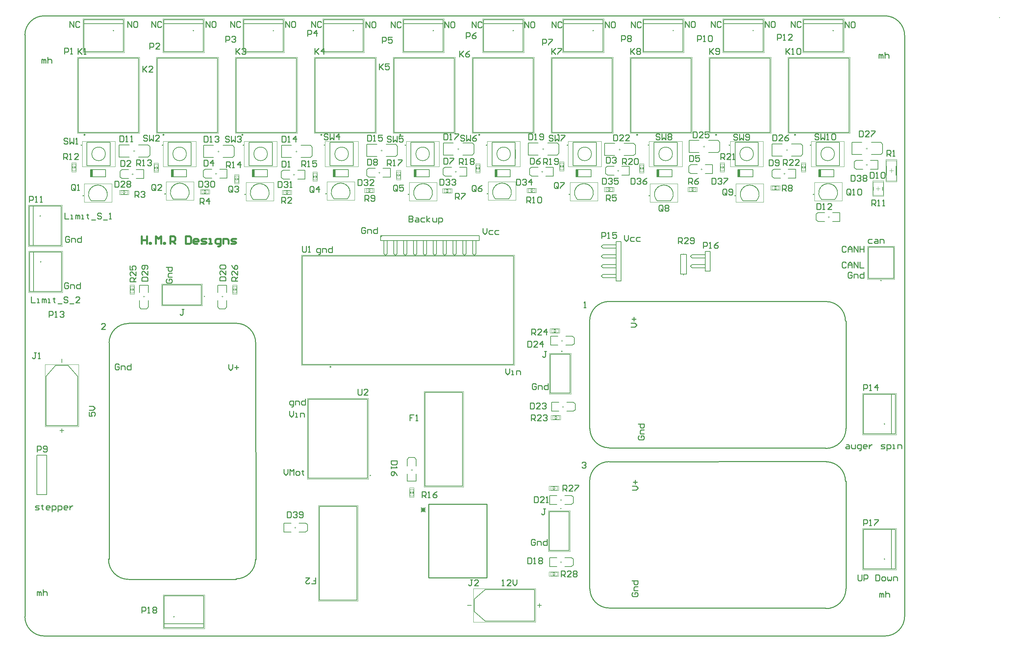
<source format=gto>
G04*
G04 #@! TF.GenerationSoftware,Altium Limited,Altium Designer,22.1.2 (22)*
G04*
G04 Layer_Color=65535*
%FSLAX44Y44*%
%MOMM*%
G71*
G04*
G04 #@! TF.SameCoordinates,E17F41A4-0C7A-49D5-8B51-7FD3D5A7BB14*
G04*
G04*
G04 #@! TF.FilePolarity,Positive*
G04*
G01*
G75*
%ADD10C,0.3000*%
%ADD11C,0.2000*%
%ADD12C,0.1270*%
%ADD13C,0.2540*%
%ADD14C,0.5000*%
%ADD15R,0.8000X1.9000*%
%ADD16C,0.1000*%
%ADD17C,0.2800*%
%ADD18C,0.0500*%
D10*
X1983240Y1291190D02*
G03*
X1983240Y1291190I-1000J0D01*
G01*
X1170440D02*
G03*
X1170440Y1291190I-1000J0D01*
G01*
X967240D02*
G03*
X967240Y1291190I-1000J0D01*
G01*
X357640D02*
G03*
X357640Y1291190I-1000J0D01*
G01*
X1780040D02*
G03*
X1780040Y1291190I-1000J0D01*
G01*
X1190490Y1139190D02*
G03*
X1190490Y1139190I-500J0D01*
G01*
X150360Y1134110D02*
G03*
X150360Y1134110I-500J0D01*
G01*
X361180Y1139092D02*
G03*
X361180Y1139092I-500J0D01*
G01*
X566920Y1137920D02*
G03*
X566920Y1137920I-500J0D01*
G01*
X775200Y1139190D02*
G03*
X775200Y1139190I-500J0D01*
G01*
X1401310Y1137920D02*
G03*
X1401310Y1137920I-500J0D01*
G01*
X2029960D02*
G03*
X2029960Y1137920I-500J0D01*
G01*
X987290D02*
G03*
X987290Y1137920I-500J0D01*
G01*
X1607050Y1134110D02*
G03*
X1607050Y1134110I-500J0D01*
G01*
X1828030D02*
G03*
X1828030Y1134110I-500J0D01*
G01*
X1373640Y1291190D02*
G03*
X1373640Y1291190I-1000J0D01*
G01*
X1576840D02*
G03*
X1576840Y1291190I-1000J0D01*
G01*
X154440D02*
G03*
X154440Y1291190I-1000J0D01*
G01*
X560840D02*
G03*
X560840Y1291190I-1000J0D01*
G01*
X764040D02*
G03*
X764040Y1291190I-1000J0D01*
G01*
D11*
X771813Y1264560D02*
G03*
X771813Y1264560I-1000J0D01*
G01*
X890180Y413500D02*
G03*
X890180Y413500I-1000J0D01*
G01*
X2204450Y915670D02*
G03*
X2204450Y915670I-1000J0D01*
G01*
X463020Y874691D02*
G03*
X463020Y874691I-1000J0D01*
G01*
X1814335Y1264560D02*
G03*
X1814335Y1264560I-1000J0D01*
G01*
X1605831D02*
G03*
X1605831Y1264560I-1000J0D01*
G01*
X1397327D02*
G03*
X1397327Y1264560I-1000J0D01*
G01*
X1188822D02*
G03*
X1188822Y1264560I-1000J0D01*
G01*
X980318D02*
G03*
X980318Y1264560I-1000J0D01*
G01*
X563309D02*
G03*
X563309Y1264560I-1000J0D01*
G01*
X354805D02*
G03*
X354805Y1264560I-1000J0D01*
G01*
X146300D02*
G03*
X146300Y1264560I-1000J0D01*
G01*
X2022840D02*
G03*
X2022840Y1264560I-1000J0D01*
G01*
X1380559Y328350D02*
G03*
X1380559Y328350I-1000J0D01*
G01*
X1383099Y733480D02*
G03*
X1383099Y733480I-1000J0D01*
G01*
X1695450Y982980D02*
Y985266D01*
Y929894D02*
Y932180D01*
Y982980D02*
X1703070D01*
Y932180D02*
Y982980D01*
X1687830Y932180D02*
X1703070D01*
X1687830D02*
Y982980D01*
X1695450D01*
X1389424Y202000D02*
X1406424D01*
X1406424Y179000D02*
X1411424Y183000D01*
X1406424Y202000D02*
X1411424Y198000D01*
X1389424Y179000D02*
X1406424D01*
X1411424Y183000D02*
Y198000D01*
X1350424Y179000D02*
Y202000D01*
X1369424D01*
X1350424Y179000D02*
X1369424D01*
X915670Y1018540D02*
Y1031240D01*
Y1018540D02*
X1169670D01*
Y1031240D01*
X924137Y984673D02*
Y1018540D01*
Y984673D02*
X928370Y980440D01*
X932603Y984673D01*
Y1018540D01*
X949537Y984673D02*
Y1018540D01*
Y984673D02*
X953770Y980440D01*
X958003Y984673D01*
Y1018540D01*
X974937Y984673D02*
Y1018540D01*
Y984673D02*
X979170Y980440D01*
X983403Y984673D01*
Y1018540D01*
X1000337Y984673D02*
Y1018540D01*
Y984673D02*
X1004570Y980440D01*
X1008803Y984673D01*
Y1018540D01*
X1025737Y984673D02*
Y1018540D01*
Y984673D02*
X1029970Y980440D01*
X1034203Y984673D01*
Y1018540D01*
X1051137Y984673D02*
Y1018540D01*
Y984673D02*
X1055370Y980440D01*
X1059603Y984673D01*
Y1018540D01*
X1076537Y984673D02*
Y1018540D01*
Y984673D02*
X1080770Y980440D01*
X1085003Y984673D01*
Y1018540D01*
X1101937Y984673D02*
Y1018540D01*
Y984673D02*
X1106170Y980440D01*
X1110403Y984673D01*
Y1018540D01*
X1127337Y984673D02*
Y1018540D01*
Y984673D02*
X1131570Y980440D01*
X1135803Y984673D01*
Y1018540D01*
X1152737Y984673D02*
Y1018540D01*
Y984673D02*
X1156970Y980440D01*
X1161203Y984673D01*
Y1018540D01*
X915670Y1031240D02*
X934720D01*
X915670Y1027007D02*
X919903Y1031240D01*
X934720D02*
X1169670D01*
X1394504Y602050D02*
X1411504D01*
X1411504Y579050D02*
X1416504Y583050D01*
X1411504Y602050D02*
X1416504Y598050D01*
X1394504Y579050D02*
X1411504D01*
X1416504Y583050D02*
Y598050D01*
X1355504Y579050D02*
Y602050D01*
X1374504D01*
X1355504Y579050D02*
X1374504D01*
X1751460Y939800D02*
Y990600D01*
Y939800D02*
X1764160D01*
X1751460Y990600D02*
X1764160D01*
Y939800D02*
Y990600D01*
X1717593Y982133D02*
X1751460D01*
X1713360Y977900D02*
X1717593Y982133D01*
X1713360Y977900D02*
X1717593Y973667D01*
X1717593Y973667D02*
X1751460D01*
X1717593Y956733D02*
X1751460D01*
X1713360Y952500D02*
X1717593Y956733D01*
X1713360Y952500D02*
X1717593Y948267D01*
X1751460D01*
X2242120Y1186880D02*
Y1210880D01*
X2218120Y1186880D02*
Y1210880D01*
X536250Y890810D02*
Y894810D01*
X543250Y890810D02*
Y894810D01*
X999180Y367690D02*
Y371690D01*
X992180Y367690D02*
Y371690D01*
X1350424Y339020D02*
X1369424D01*
X1350424Y362020D02*
X1369424D01*
X1350424Y339020D02*
Y362020D01*
X1411424Y343020D02*
Y358020D01*
X1389424Y339020D02*
X1406424D01*
Y362020D02*
X1411424Y358020D01*
X1406424Y339020D02*
X1411424Y343020D01*
X1389424Y362020D02*
X1406424D01*
X1359440Y377500D02*
X1363440D01*
X1359440Y384500D02*
X1363440D01*
X1359440Y156520D02*
X1363440D01*
X1359440Y163520D02*
X1363440D01*
X1007180Y398990D02*
Y417990D01*
X984180Y398990D02*
Y417990D01*
Y398990D02*
X1007180D01*
X988180Y459990D02*
X1003180D01*
X1007180Y437990D02*
Y454990D01*
X984180D02*
X988180Y459990D01*
X1003180D02*
X1007180Y454990D01*
X984180Y437990D02*
Y454990D01*
X1364520Y559110D02*
X1368520D01*
X1364520Y566110D02*
X1368520D01*
X1361980Y782630D02*
X1365980D01*
X1361980Y789630D02*
X1365980D01*
X1391964Y772230D02*
X1408964D01*
X1408964Y749230D02*
X1413964Y753230D01*
X1408964Y772230D02*
X1413964Y768230D01*
X1391964Y749230D02*
X1408964D01*
X1413964Y753230D02*
Y768230D01*
X1352964Y749230D02*
Y772230D01*
X1371964D01*
X1352964Y749230D02*
X1371964D01*
X294570Y884826D02*
Y903826D01*
X317570Y884826D02*
Y903826D01*
X294570D02*
X317570D01*
X298570Y842826D02*
X313570D01*
X294570Y847826D02*
Y864826D01*
X313570Y842826D02*
X317570Y847826D01*
X294570D02*
X298570Y842826D01*
X317570Y847826D02*
Y864826D01*
X496500Y884826D02*
Y903826D01*
X519500Y884826D02*
Y903826D01*
X496500D02*
X519500D01*
X500500Y842826D02*
X515500D01*
X496500Y847826D02*
Y864826D01*
X515500Y842826D02*
X519500Y847826D01*
X496500D02*
X500500Y842826D01*
X519500Y847826D02*
Y864826D01*
X1709520Y1245610D02*
Y1276610D01*
X1784020Y1245610D02*
X1788520Y1250110D01*
X1784020Y1276610D02*
X1788520Y1272110D01*
Y1250110D02*
Y1272110D01*
X1709520Y1245610D02*
X1735520D01*
X1709520Y1276610D02*
X1735520D01*
X1759520D02*
X1784020D01*
X1759520Y1245610D02*
X1784020D01*
X1873700Y1183030D02*
Y1202030D01*
X1834700Y1183030D02*
X1873700D01*
X1834700Y1202030D02*
X1873700D01*
X1665420Y1183030D02*
Y1202030D01*
X1626420Y1183030D02*
X1665420D01*
X1626420Y1202030D02*
X1665420D01*
X1492350Y1237990D02*
Y1268990D01*
X1566850Y1237990D02*
X1571350Y1242490D01*
X1566850Y1268990D02*
X1571350Y1264490D01*
Y1242490D02*
Y1264490D01*
X1492350Y1237990D02*
X1518350D01*
X1492350Y1268990D02*
X1518350D01*
X1542350D02*
X1566850D01*
X1542350Y1237990D02*
X1566850D01*
X743260Y1181640D02*
Y1185640D01*
X750260Y1181640D02*
Y1185640D01*
X122230Y1205770D02*
Y1209770D01*
X129230Y1205770D02*
Y1209770D01*
X541330Y1175290D02*
Y1179290D01*
X548330Y1175290D02*
Y1179290D01*
X334320Y1204500D02*
Y1208500D01*
X341320Y1204500D02*
Y1208500D01*
X207460Y1183030D02*
Y1202030D01*
X168460Y1183030D02*
X207460D01*
X168460Y1202030D02*
X207460D01*
X253150Y1146500D02*
X257150D01*
X253150Y1139500D02*
X257150D01*
X672370Y1146500D02*
X676370D01*
X672370Y1139500D02*
X676370D01*
X2207830Y1148690D02*
Y1156690D01*
X2183830Y1148690D02*
Y1156690D01*
X1302290Y1151580D02*
X1306290D01*
X1302290Y1144580D02*
X1306290D01*
X415740Y1183030D02*
Y1202030D01*
X376740Y1183030D02*
X415740D01*
X376740Y1202030D02*
X415740D01*
X461430Y1147770D02*
X465430D01*
X461430Y1140770D02*
X465430D01*
X1501680Y1154120D02*
X1505680D01*
X1501680Y1147120D02*
X1505680D01*
X1085120Y1150310D02*
X1089120D01*
X1085120Y1143310D02*
X1089120D01*
X884460Y1151580D02*
X888460D01*
X884460Y1144580D02*
X888460D01*
X1929670Y1157930D02*
X1933670D01*
X1929670Y1150930D02*
X1933670D01*
X1457140Y1183030D02*
Y1202030D01*
X1418140Y1183030D02*
X1457140D01*
X1418140Y1202030D02*
X1457140D01*
X1248860Y1183030D02*
Y1202030D01*
X1209860Y1183030D02*
X1248860D01*
X1209860Y1202030D02*
X1248860D01*
X1040580Y1183030D02*
Y1202030D01*
X1001580Y1183030D02*
X1040580D01*
X1001580Y1202030D02*
X1040580D01*
X832300Y1183030D02*
Y1202030D01*
X793300Y1183030D02*
X832300D01*
X793300Y1202030D02*
X832300D01*
X1378260Y1208310D02*
Y1212310D01*
X1385260Y1208310D02*
Y1212310D01*
X1162360Y1203230D02*
Y1207230D01*
X1169360Y1203230D02*
Y1207230D01*
X1964810Y1202760D02*
X1983810D01*
X1964810Y1179760D02*
X1983810D01*
Y1202760D01*
X1922810Y1183760D02*
Y1198760D01*
X1927810Y1202760D02*
X1944810D01*
X1922810Y1183760D02*
X1927810Y1179760D01*
X1922810Y1198760D02*
X1927810Y1202760D01*
X1927810Y1179760D02*
X1944810D01*
X957890Y1185570D02*
Y1189570D01*
X964890Y1185570D02*
Y1189570D01*
X272090Y890810D02*
Y894810D01*
X279090Y890810D02*
Y894810D01*
X666527Y267900D02*
X685527D01*
X666527Y290900D02*
X685527D01*
X666527Y267900D02*
Y290900D01*
X727527Y271900D02*
Y286900D01*
X705527Y267900D02*
X722527D01*
Y290900D02*
X727527Y286900D01*
X722527Y267900D02*
X727527Y271900D01*
X705527Y290900D02*
X722527D01*
X2176620Y1225620D02*
X2195620D01*
X2176620Y1202620D02*
X2195620D01*
Y1225620D01*
X2134620Y1206620D02*
Y1221620D01*
X2139620Y1225620D02*
X2156620D01*
X2134620Y1206620D02*
X2139620Y1202620D01*
X2134620Y1221620D02*
X2139620Y1225620D01*
X2139620Y1202620D02*
X2156620D01*
X1584000Y1203230D02*
Y1207230D01*
X1591000Y1203230D02*
Y1207230D01*
X624020Y1183030D02*
Y1202030D01*
X585020Y1183030D02*
X624020D01*
X585020Y1202030D02*
X624020D01*
X2081980Y1183030D02*
Y1202030D01*
X2042980Y1183030D02*
X2081980D01*
X2042980Y1202030D02*
X2081980D01*
X2000560Y1205770D02*
Y1209770D01*
X2007560Y1205770D02*
Y1209770D01*
X2128620Y1240530D02*
Y1271530D01*
X2203120Y1240530D02*
X2207620Y1245030D01*
X2203120Y1271530D02*
X2207620Y1267030D01*
Y1245030D02*
Y1267030D01*
X2128620Y1240530D02*
X2154620D01*
X2128620Y1271530D02*
X2154620D01*
X2178620D02*
X2203120D01*
X2178620Y1240530D02*
X2203120D01*
X1534160Y914400D02*
Y1016000D01*
X1487593Y922867D02*
X1521460D01*
X1483360Y927100D02*
X1487593Y922867D01*
X1483360Y927100D02*
X1487593Y931333D01*
X1521460D01*
X1487593Y948267D02*
X1521460D01*
X1483360Y952500D02*
X1487593Y948267D01*
X1483360Y952500D02*
X1487593Y956733D01*
X1521460D01*
X1487593Y973667D02*
X1521460D01*
X1483360Y977900D02*
X1487593Y973667D01*
X1483360Y977900D02*
X1487593Y982133D01*
X1521460D01*
X1487593Y999067D02*
X1521460D01*
X1483360Y1003300D02*
X1487593Y999067D01*
X1483360Y1003300D02*
X1487593Y1007533D01*
X1521460D01*
Y1016000D02*
X1534160D01*
X1521460Y914400D02*
X1534160D01*
X1521460D02*
Y1016000D01*
X30480Y466090D02*
X55880D01*
Y364490D02*
Y466090D01*
X30480Y364490D02*
Y466090D01*
Y364490D02*
X55880D01*
X1716310Y1147120D02*
X1720310D01*
X1716310Y1154120D02*
X1720310D01*
X249860Y1178490D02*
X266860D01*
X244860Y1197490D02*
X249860Y1201490D01*
X244860Y1182490D02*
X249860Y1178490D01*
Y1201490D02*
X266860D01*
X244860Y1182490D02*
Y1197490D01*
X305860Y1178490D02*
Y1201490D01*
X286860Y1178490D02*
X305860D01*
X286860Y1201490D02*
X305860D01*
X665150Y1177220D02*
X682150D01*
X660150Y1196220D02*
X665150Y1200220D01*
X660150Y1181220D02*
X665150Y1177220D01*
Y1200220D02*
X682150D01*
X660150Y1181220D02*
Y1196220D01*
X721150Y1177220D02*
Y1200220D01*
X702150Y1177220D02*
X721150D01*
X702150Y1200220D02*
X721150D01*
X1499540Y1187380D02*
X1516540D01*
X1494540Y1206380D02*
X1499540Y1210380D01*
X1494540Y1191380D02*
X1499540Y1187380D01*
Y1210380D02*
X1516540D01*
X1494540Y1191380D02*
Y1206380D01*
X1555540Y1187380D02*
Y1210380D01*
X1536540Y1187380D02*
X1555540D01*
X1536540Y1210380D02*
X1555540D01*
X464490Y1179760D02*
X481490D01*
X459490Y1198760D02*
X464490Y1202760D01*
X459490Y1183760D02*
X464490Y1179760D01*
Y1202760D02*
X481490D01*
X459490Y1183760D02*
Y1198760D01*
X520490Y1179760D02*
Y1202760D01*
X501490Y1179760D02*
X520490D01*
X501490Y1202760D02*
X520490D01*
X1714170Y1191190D02*
X1731170D01*
X1709170Y1210190D02*
X1714170Y1214190D01*
X1709170Y1195190D02*
X1714170Y1191190D01*
Y1214190D02*
X1731170D01*
X1709170Y1195190D02*
Y1210190D01*
X1770170Y1191190D02*
Y1214190D01*
X1751170Y1191190D02*
X1770170D01*
X1751170Y1214190D02*
X1770170D01*
X884860Y1182300D02*
X901860D01*
X879860Y1201300D02*
X884860Y1205300D01*
X879860Y1186300D02*
X884860Y1182300D01*
Y1205300D02*
X901860D01*
X879860Y1186300D02*
Y1201300D01*
X940860Y1182300D02*
Y1205300D01*
X921860Y1182300D02*
X940860D01*
X921860Y1205300D02*
X940860D01*
X1081710Y1184840D02*
X1098710D01*
X1076710Y1203840D02*
X1081710Y1207840D01*
X1076710Y1188840D02*
X1081710Y1184840D01*
Y1207840D02*
X1098710D01*
X1076710Y1188840D02*
Y1203840D01*
X1137710Y1184840D02*
Y1207840D01*
X1118710Y1184840D02*
X1137710D01*
X1118710Y1207840D02*
X1137710D01*
X1303960Y1184840D02*
X1320960D01*
X1298960Y1203840D02*
X1303960Y1207840D01*
X1298960Y1188840D02*
X1303960Y1184840D01*
Y1207840D02*
X1320960D01*
X1298960Y1188840D02*
Y1203840D01*
X1359960Y1184840D02*
Y1207840D01*
X1340960Y1184840D02*
X1359960D01*
X1340960Y1207840D02*
X1359960D01*
X292670Y1234180D02*
X317170D01*
X292670Y1265180D02*
X317170D01*
X242670D02*
X268670D01*
X242670Y1234180D02*
X268670D01*
X321670Y1238680D02*
Y1260680D01*
X317170Y1265180D02*
X321670Y1260680D01*
X317170Y1234180D02*
X321670Y1238680D01*
X242670Y1234180D02*
Y1265180D01*
X2041830Y1068000D02*
X2058830D01*
X2036830Y1087000D02*
X2041830Y1091000D01*
X2036830Y1072000D02*
X2041830Y1068000D01*
Y1091000D02*
X2058830D01*
X2036830Y1072000D02*
Y1087000D01*
X2097830Y1068000D02*
Y1091000D01*
X2078830Y1068000D02*
X2097830D01*
X2078830Y1091000D02*
X2097830D01*
X509840Y1232910D02*
X534340D01*
X509840Y1263910D02*
X534340D01*
X459840D02*
X485840D01*
X459840Y1232910D02*
X485840D01*
X538840Y1237410D02*
Y1259410D01*
X534340Y1263910D02*
X538840Y1259410D01*
X534340Y1232910D02*
X538840Y1237410D01*
X459840Y1232910D02*
Y1263910D01*
X710500Y1232910D02*
X735000D01*
X710500Y1263910D02*
X735000D01*
X660500D02*
X686500D01*
X660500Y1232910D02*
X686500D01*
X739500Y1237410D02*
Y1259410D01*
X735000Y1263910D02*
X739500Y1259410D01*
X735000Y1232910D02*
X739500Y1237410D01*
X660500Y1232910D02*
Y1263910D01*
X929850Y1235450D02*
X954350D01*
X929850Y1266450D02*
X954350D01*
X879850D02*
X905850D01*
X879850Y1235450D02*
X905850D01*
X958850Y1239950D02*
Y1261950D01*
X954350Y1266450D02*
X958850Y1261950D01*
X954350Y1235450D02*
X958850Y1239950D01*
X879850Y1235450D02*
Y1266450D01*
X1127060Y1239260D02*
X1151560D01*
X1127060Y1270260D02*
X1151560D01*
X1077060D02*
X1103060D01*
X1077060Y1239260D02*
X1103060D01*
X1156060Y1243760D02*
Y1265760D01*
X1151560Y1270260D02*
X1156060Y1265760D01*
X1151560Y1239260D02*
X1156060Y1243760D01*
X1077060Y1239260D02*
Y1270260D01*
X1345500Y1239260D02*
X1370000D01*
X1345500Y1270260D02*
X1370000D01*
X1295500D02*
X1321500D01*
X1295500Y1239260D02*
X1321500D01*
X1374500Y1243760D02*
Y1265760D01*
X1370000Y1270260D02*
X1374500Y1265760D01*
X1370000Y1239260D02*
X1374500Y1243760D01*
X1295500Y1239260D02*
Y1270260D01*
X1798010Y1205770D02*
Y1209770D01*
X1791010Y1205770D02*
Y1209770D01*
X1973240Y1236720D02*
X1997740D01*
X1973240Y1267720D02*
X1997740D01*
X1923240D02*
X1949240D01*
X1923240Y1236720D02*
X1949240D01*
X2002240Y1241220D02*
Y1263220D01*
X1997740Y1267720D02*
X2002240Y1263220D01*
X1997740Y1236720D02*
X2002240Y1241220D01*
X1923240Y1236720D02*
Y1267720D01*
X890180Y413500D02*
G03*
X890180Y413500I-1000J0D01*
G01*
X2204450Y915670D02*
G03*
X2204450Y915670I-1000J0D01*
G01*
X2081260Y1559560D02*
G03*
X2081260Y1559560I-1000J0D01*
G01*
X1875442D02*
G03*
X1875442Y1559560I-1000J0D01*
G01*
X1669624D02*
G03*
X1669624Y1559560I-1000J0D01*
G01*
X463020Y874691D02*
G03*
X463020Y874691I-1000J0D01*
G01*
X41640Y963930D02*
G03*
X41640Y963930I-1000J0D01*
G01*
X384540Y49530D02*
G03*
X384540Y49530I-1000J0D01*
G01*
X228896Y1559560D02*
G03*
X228896Y1559560I-1000J0D01*
G01*
X434714D02*
G03*
X434714Y1559560I-1000J0D01*
G01*
X640533D02*
G03*
X640533Y1559560I-1000J0D01*
G01*
X846351D02*
G03*
X846351Y1559560I-1000J0D01*
G01*
X1052169D02*
G03*
X1052169Y1559560I-1000J0D01*
G01*
X1257987D02*
G03*
X1257987Y1559560I-1000J0D01*
G01*
X1463805D02*
G03*
X1463805Y1559560I-1000J0D01*
G01*
X2213340Y198120D02*
G03*
X2213340Y198120I-1000J0D01*
G01*
X40370Y1082040D02*
G03*
X40370Y1082040I-1000J0D01*
G01*
X2213340Y546100D02*
G03*
X2213340Y546100I-1000J0D01*
G01*
X1380559Y328350D02*
G03*
X1380559Y328350I-1000J0D01*
G01*
X1383099Y733480D02*
G03*
X1383099Y733480I-1000J0D01*
G01*
D12*
X832813Y1242060D02*
G03*
X832813Y1242060I-17550J0D01*
G01*
X1875336D02*
G03*
X1875336Y1242060I-17550J0D01*
G01*
X1666831D02*
G03*
X1666831Y1242060I-17550J0D01*
G01*
X1458327D02*
G03*
X1458327Y1242060I-17550J0D01*
G01*
X1249822D02*
G03*
X1249822Y1242060I-17550J0D01*
G01*
X1041318D02*
G03*
X1041318Y1242060I-17550J0D01*
G01*
X624309D02*
G03*
X624309Y1242060I-17550J0D01*
G01*
X415805D02*
G03*
X415805Y1242060I-17550J0D01*
G01*
X207300D02*
G03*
X207300Y1242060I-17550J0D01*
G01*
X1252171Y1147400D02*
G03*
X1204009Y1147400I-24081J-5119D01*
G01*
X212041Y1142320D02*
G03*
X163879Y1142320I-24081J-5119D01*
G01*
X422861Y1147303D02*
G03*
X374699Y1147303I-24081J-5119D01*
G01*
X628601Y1146130D02*
G03*
X580439Y1146130I-24081J-5119D01*
G01*
X836881Y1147400D02*
G03*
X788719Y1147400I-24081J-5119D01*
G01*
X1462991Y1146130D02*
G03*
X1414829Y1146130I-24081J-5119D01*
G01*
X2091641D02*
G03*
X2043479Y1146130I-24081J-5119D01*
G01*
X1048971D02*
G03*
X1000809Y1146130I-24081J-5119D01*
G01*
X1668731Y1142320D02*
G03*
X1620569Y1142320I-24081J-5119D01*
G01*
X1889711D02*
G03*
X1841549Y1142320I-24081J-5119D01*
G01*
X2083840Y1242060D02*
G03*
X2083840Y1242060I-17550J0D01*
G01*
X2120930Y1297690D02*
Y1488690D01*
X1965930D02*
X2120930D01*
X1965930Y1297690D02*
Y1488690D01*
Y1297690D02*
X2120930D01*
X785313Y1230560D02*
Y1253560D01*
X792263Y1212110D02*
X838263D01*
X845263Y1230560D02*
Y1253560D01*
X793263Y1272010D02*
X838263D01*
X1308130Y1297690D02*
Y1488690D01*
X1153130D02*
X1308130D01*
X1153130Y1297690D02*
Y1488690D01*
Y1297690D02*
X1308130D01*
X1104930D02*
Y1488690D01*
X949930D02*
X1104930D01*
X949930Y1297690D02*
Y1488690D01*
Y1297690D02*
X1104930D01*
X340330D02*
X495330D01*
X340330D02*
Y1488690D01*
X495330D01*
Y1297690D02*
Y1488690D01*
X728980Y406400D02*
X881380D01*
X728980D02*
Y609600D01*
X881380D01*
Y406400D02*
Y609600D01*
X2170950Y920990D02*
Y1001790D01*
X2235950D01*
Y920990D02*
Y1001790D01*
X2170950Y920990D02*
X2235950D01*
X2004060Y1505860D02*
X2105660D01*
X2004060D02*
Y1577860D01*
Y1587860D01*
X2105660D01*
Y1577860D02*
Y1587860D01*
Y1505860D02*
Y1577860D01*
X2004060D02*
X2105660D01*
X1798242Y1505860D02*
X1899842D01*
X1798242D02*
Y1577860D01*
Y1587860D01*
X1899842D01*
Y1577860D02*
Y1587860D01*
Y1505860D02*
Y1577860D01*
X1798242D02*
X1899842D01*
X1592424D02*
X1694023D01*
Y1505860D02*
Y1577860D01*
Y1587860D01*
X1592424D02*
X1694023D01*
X1592424Y1577860D02*
Y1587860D01*
Y1505860D02*
Y1577860D01*
Y1505860D02*
X1694023D01*
X454020Y853191D02*
Y904191D01*
X354020D02*
X454020D01*
X354020Y853191D02*
Y904191D01*
Y853191D02*
X454020D01*
X1029730Y385930D02*
Y627530D01*
X1126730Y385930D02*
Y627530D01*
X1029730Y385930D02*
X1065030D01*
X1091430D02*
X1126730D01*
X1029730Y627530D02*
X1065030D01*
X1091430D02*
X1126730D01*
X94340Y887730D02*
Y989330D01*
X22340Y887730D02*
X94340D01*
X12340D02*
X22340D01*
X12340D02*
Y989330D01*
X22340D01*
X94340D01*
X22340Y887730D02*
Y989330D01*
X358140Y31230D02*
X459740D01*
X358140D02*
Y103230D01*
Y21230D02*
Y31230D01*
Y21230D02*
X459740D01*
Y31230D01*
Y103230D01*
X358140D02*
X459740D01*
X95060Y704220D02*
Y714220D01*
X111060Y696720D02*
X135560Y668720D01*
X54560D02*
X79060Y696720D01*
X90060Y529220D02*
X100060D01*
X95060Y524220D02*
Y534220D01*
X54560Y541720D02*
X135560D01*
Y668720D01*
X79060Y696720D02*
X111060D01*
X54560Y541720D02*
Y668720D01*
X151696Y1505860D02*
X253296D01*
X151696D02*
Y1577860D01*
Y1587860D01*
X253296D01*
Y1577860D02*
Y1587860D01*
Y1505860D02*
Y1577860D01*
X151696D02*
X253296D01*
X357514Y1505860D02*
X459114D01*
X357514D02*
Y1577860D01*
Y1587860D01*
X459114D01*
Y1577860D02*
Y1587860D01*
Y1505860D02*
Y1577860D01*
X357514D02*
X459114D01*
X563332Y1505860D02*
X664932D01*
X563332D02*
Y1577860D01*
Y1587860D01*
X664932D01*
Y1577860D02*
Y1587860D01*
Y1505860D02*
Y1577860D01*
X563332D02*
X664932D01*
X769151D02*
X870751D01*
Y1505860D02*
Y1577860D01*
Y1587860D01*
X769151D02*
X870751D01*
X769151Y1577860D02*
Y1587860D01*
Y1505860D02*
Y1577860D01*
Y1505860D02*
X870751D01*
X974969D02*
X1076569D01*
X974969D02*
Y1577860D01*
Y1587860D01*
X1076569D01*
Y1577860D02*
Y1587860D01*
Y1505860D02*
Y1577860D01*
X974969D02*
X1076569D01*
X1180787Y1505860D02*
X1282387D01*
X1180787D02*
Y1577860D01*
Y1587860D01*
X1282387D01*
Y1577860D02*
Y1587860D01*
Y1505860D02*
Y1577860D01*
X1180787D02*
X1282387D01*
X1386605Y1505860D02*
X1488205D01*
X1386605D02*
Y1577860D01*
Y1587860D01*
X1488205D01*
Y1577860D02*
Y1587860D01*
Y1505860D02*
Y1577860D01*
X1386605D02*
X1488205D01*
X1835786Y1272010D02*
X1880786D01*
X1887785Y1230560D02*
Y1253560D01*
X1834785Y1212110D02*
X1880786D01*
X1827836Y1230560D02*
Y1253560D01*
X1762730Y1297690D02*
X1917730D01*
X1762730D02*
Y1488690D01*
X1917730D01*
Y1297690D02*
Y1488690D01*
X1627281Y1272010D02*
X1672281D01*
X1679281Y1230560D02*
Y1253560D01*
X1626281Y1212110D02*
X1672281D01*
X1619331Y1230560D02*
Y1253560D01*
X1418777Y1272010D02*
X1463777D01*
X1470777Y1230560D02*
Y1253560D01*
X1417777Y1212110D02*
X1463777D01*
X1410827Y1230560D02*
Y1253560D01*
X1202322Y1230560D02*
Y1253560D01*
X1209272Y1212110D02*
X1255272D01*
X1262272Y1230560D02*
Y1253560D01*
X1210272Y1272010D02*
X1255272D01*
X993818Y1230560D02*
Y1253560D01*
X1000768Y1212110D02*
X1046768D01*
X1053768Y1230560D02*
Y1253560D01*
X1001768Y1272010D02*
X1046768D01*
X584759D02*
X629759D01*
X636759Y1230560D02*
Y1253560D01*
X583759Y1212110D02*
X629759D01*
X576809Y1230560D02*
Y1253560D01*
X368305Y1230560D02*
Y1253560D01*
X375255Y1212110D02*
X421255D01*
X428255Y1230560D02*
Y1253560D01*
X376255Y1272010D02*
X421255D01*
X167750D02*
X212750D01*
X219750Y1230560D02*
Y1253560D01*
X166750Y1212110D02*
X212750D01*
X159800Y1230560D02*
Y1253560D01*
X1210940Y1125890D02*
X1245240D01*
X170810Y1120810D02*
X205110D01*
X381630Y1125792D02*
X415930D01*
X587370Y1124620D02*
X621670D01*
X795650Y1125890D02*
X829950D01*
X1421760Y1124620D02*
X1456060D01*
X2050410D02*
X2084710D01*
X1007740D02*
X1042040D01*
X1627500Y1120810D02*
X1661800D01*
X1848480D02*
X1882780D01*
X2036340Y1230560D02*
Y1253560D01*
X2043290Y1212110D02*
X2089290D01*
X2096290Y1230560D02*
Y1253560D01*
X2044290Y1272010D02*
X2089290D01*
X1184940Y38440D02*
X1311940D01*
X1156940Y62940D02*
Y94940D01*
X1184940Y119440D02*
X1311940D01*
Y38440D02*
Y119440D01*
X1319440Y78940D02*
X1329440D01*
X1324440Y73940D02*
Y83940D01*
X1156940Y62940D02*
X1184940Y38440D01*
X1156940Y94940D02*
X1184940Y119440D01*
X1139440Y78940D02*
X1149440D01*
X1356330Y1297690D02*
X1511330D01*
X1356330D02*
Y1488690D01*
X1511330D01*
Y1297690D02*
Y1488690D01*
X1559530Y1297690D02*
X1714530D01*
X1559530D02*
Y1488690D01*
X1714530D01*
Y1297690D02*
Y1488690D01*
X292130Y1297690D02*
Y1488690D01*
X137130D02*
X292130D01*
X137130Y1297690D02*
Y1488690D01*
Y1297690D02*
X292130D01*
X543530D02*
X698530D01*
X543530D02*
Y1488690D01*
X698530D01*
Y1297690D02*
Y1488690D01*
X746730Y1297690D02*
X901730D01*
X746730D02*
Y1488690D01*
X901730D01*
Y1297690D02*
Y1488690D01*
X819650Y334160D02*
X854950D01*
X757950D02*
X793250D01*
X819650Y92560D02*
X854950D01*
X757950D02*
X793250D01*
X854950D02*
Y334160D01*
X757950Y92560D02*
Y334160D01*
X2158640Y172720D02*
Y274320D01*
X2230640D01*
X2240640D01*
Y172720D02*
Y274320D01*
X2230640Y172720D02*
X2240640D01*
X2158640D02*
X2230640D01*
Y274320D01*
X93070Y1005840D02*
Y1107440D01*
X21070Y1005840D02*
X93070D01*
X11070D02*
X21070D01*
X11070D02*
Y1107440D01*
X21070D01*
X93070D01*
X21070Y1005840D02*
Y1107440D01*
X2158640Y520700D02*
Y622300D01*
X2230640D01*
X2240640D01*
Y520700D02*
Y622300D01*
X2230640Y520700D02*
X2240640D01*
X2158640D02*
X2230640D01*
Y622300D01*
X714020Y699970D02*
X1258020D01*
X714020D02*
Y978970D01*
X1258020D01*
Y699970D02*
Y978970D01*
X1401059Y220350D02*
Y320350D01*
X1350059Y220350D02*
X1401059D01*
X1350059D02*
Y320350D01*
X1401059D01*
X1403599Y625480D02*
Y725480D01*
X1352599Y625480D02*
X1403599D01*
X1352599D02*
Y725480D01*
X1403599D01*
X832813Y1242060D02*
G03*
X832813Y1242060I-17550J0D01*
G01*
X1875336D02*
G03*
X1875336Y1242060I-17550J0D01*
G01*
X1666831D02*
G03*
X1666831Y1242060I-17550J0D01*
G01*
X1458327D02*
G03*
X1458327Y1242060I-17550J0D01*
G01*
X1249822D02*
G03*
X1249822Y1242060I-17550J0D01*
G01*
X1041318D02*
G03*
X1041318Y1242060I-17550J0D01*
G01*
X624309D02*
G03*
X624309Y1242060I-17550J0D01*
G01*
X415805D02*
G03*
X415805Y1242060I-17550J0D01*
G01*
X207300D02*
G03*
X207300Y1242060I-17550J0D01*
G01*
X1203946Y1139253D02*
G03*
X1210827Y1126034I39104J11955D01*
G01*
X1245353D02*
G03*
X1252234Y1139253I-32222J25175D01*
G01*
X1252206Y1139128D02*
G03*
X1203974Y1139128I-24116J3389D01*
G01*
X163816Y1134173D02*
G03*
X170697Y1120954I39104J11955D01*
G01*
X205223D02*
G03*
X212104Y1134173I-32222J25175D01*
G01*
X212076Y1134048D02*
G03*
X163844Y1134048I-24116J3389D01*
G01*
X374636Y1139156D02*
G03*
X381517Y1125936I39104J11955D01*
G01*
X416043D02*
G03*
X422924Y1139156I-32222J25175D01*
G01*
X422896Y1139031D02*
G03*
X374664Y1139031I-24116J3389D01*
G01*
X580376Y1137983D02*
G03*
X587257Y1124764I39104J11955D01*
G01*
X621783D02*
G03*
X628664Y1137983I-32222J25175D01*
G01*
X628636Y1137858D02*
G03*
X580404Y1137858I-24116J3389D01*
G01*
X788656Y1139253D02*
G03*
X795537Y1126034I39104J11955D01*
G01*
X830063D02*
G03*
X836944Y1139253I-32222J25175D01*
G01*
X836916Y1139128D02*
G03*
X788684Y1139128I-24116J3389D01*
G01*
X1414766Y1137983D02*
G03*
X1421647Y1124764I39104J11955D01*
G01*
X1456173D02*
G03*
X1463054Y1137983I-32222J25175D01*
G01*
X1463026Y1137858D02*
G03*
X1414794Y1137858I-24116J3389D01*
G01*
X2043416Y1137983D02*
G03*
X2050297Y1124764I39104J11955D01*
G01*
X2084823D02*
G03*
X2091704Y1137983I-32222J25175D01*
G01*
X2091676Y1137858D02*
G03*
X2043444Y1137858I-24116J3389D01*
G01*
X1000746Y1137983D02*
G03*
X1007627Y1124764I39104J11955D01*
G01*
X1042153D02*
G03*
X1049034Y1137983I-32222J25175D01*
G01*
X1049006Y1137858D02*
G03*
X1000774Y1137858I-24116J3389D01*
G01*
X1620506Y1134173D02*
G03*
X1627387Y1120954I39104J11955D01*
G01*
X1661913D02*
G03*
X1668794Y1134173I-32222J25175D01*
G01*
X1668766Y1134048D02*
G03*
X1620534Y1134048I-24116J3389D01*
G01*
X1841486Y1134173D02*
G03*
X1848367Y1120954I39104J11955D01*
G01*
X1882893D02*
G03*
X1889774Y1134173I-32222J25175D01*
G01*
X1889746Y1134048D02*
G03*
X1841514Y1134048I-24116J3389D01*
G01*
X2083840Y1242060D02*
G03*
X2083840Y1242060I-17550J0D01*
G01*
X2120930Y1297690D02*
Y1488690D01*
X1965930D02*
X2120930D01*
X1965930Y1297690D02*
Y1488690D01*
Y1297690D02*
X2120930D01*
X785313Y1272010D02*
X845213D01*
Y1212110D02*
Y1272010D01*
X785313Y1212110D02*
X845213D01*
X785313D02*
Y1272010D01*
X1308130Y1297690D02*
Y1488690D01*
X1153130D02*
X1308130D01*
X1153130Y1297690D02*
Y1488690D01*
Y1297690D02*
X1308130D01*
X1104930D02*
Y1488690D01*
X949930D02*
X1104930D01*
X949930Y1297690D02*
Y1488690D01*
Y1297690D02*
X1104930D01*
X340330D02*
X495330D01*
X340330D02*
Y1488690D01*
X495330D01*
Y1297690D02*
Y1488690D01*
X728980Y406400D02*
X881380D01*
X728980D02*
Y609600D01*
X881380D01*
Y406400D02*
Y609600D01*
X2170950Y920990D02*
Y1001790D01*
X2235950D01*
Y920990D02*
Y1001790D01*
X2170950Y920990D02*
X2235950D01*
X2004060Y1505860D02*
X2105660D01*
X2004060D02*
Y1587860D01*
X2105660D01*
Y1505860D02*
Y1587860D01*
X1798242Y1505860D02*
X1899842D01*
X1798242D02*
Y1587860D01*
X1899842D01*
Y1505860D02*
Y1587860D01*
X1694023Y1505860D02*
Y1587860D01*
X1592424D02*
X1694023D01*
X1592424Y1505860D02*
Y1587860D01*
Y1505860D02*
X1694023D01*
X454020Y853191D02*
Y904191D01*
X354020D02*
X454020D01*
X354020Y853191D02*
Y904191D01*
Y853191D02*
X454020D01*
X1029730Y385930D02*
X1126730D01*
X1029730D02*
Y627530D01*
X1126730D01*
Y385930D02*
Y627530D01*
X94340Y887730D02*
Y989330D01*
X12340Y887730D02*
X94340D01*
X12340D02*
Y989330D01*
X94340D01*
X358140Y21230D02*
Y103230D01*
Y21230D02*
X459740D01*
Y103230D01*
X358140D02*
X459740D01*
X90060Y529220D02*
X100060D01*
X95060Y524220D02*
Y534220D01*
Y704220D02*
Y714220D01*
X54560Y668720D02*
X79060Y696720D01*
X111060D02*
X135560Y668720D01*
X54560Y541720D02*
X135560D01*
Y668720D01*
X79060Y696720D02*
X111060D01*
X54560Y541720D02*
Y668720D01*
X151696Y1505860D02*
X253296D01*
X151696D02*
Y1587860D01*
X253296D01*
Y1505860D02*
Y1587860D01*
X357514Y1505860D02*
X459114D01*
X357514D02*
Y1587860D01*
X459114D01*
Y1505860D02*
Y1587860D01*
X563332Y1505860D02*
X664932D01*
X563332D02*
Y1587860D01*
X664932D01*
Y1505860D02*
Y1587860D01*
X870751Y1505860D02*
Y1587860D01*
X769151D02*
X870751D01*
X769151Y1505860D02*
Y1587860D01*
Y1505860D02*
X870751D01*
X974969D02*
X1076569D01*
X974969D02*
Y1587860D01*
X1076569D01*
Y1505860D02*
Y1587860D01*
X1180787Y1505860D02*
X1282387D01*
X1180787D02*
Y1587860D01*
X1282387D01*
Y1505860D02*
Y1587860D01*
X1386605Y1505860D02*
X1488205D01*
X1386605D02*
Y1587860D01*
X1488205D01*
Y1505860D02*
Y1587860D01*
X1827836Y1212110D02*
Y1272010D01*
Y1212110D02*
X1887735D01*
Y1272010D01*
X1827836D02*
X1887735D01*
X1762730Y1297690D02*
X1917730D01*
X1762730D02*
Y1488690D01*
X1917730D01*
Y1297690D02*
Y1488690D01*
X1619331Y1212110D02*
Y1272010D01*
Y1212110D02*
X1679231D01*
Y1272010D01*
X1619331D02*
X1679231D01*
X1410827Y1212110D02*
Y1272010D01*
Y1212110D02*
X1470727D01*
Y1272010D01*
X1410827D02*
X1470727D01*
X1202322D02*
X1262222D01*
Y1212110D02*
Y1272010D01*
X1202322Y1212110D02*
X1262222D01*
X1202322D02*
Y1272010D01*
X993818D02*
X1053718D01*
Y1212110D02*
Y1272010D01*
X993818Y1212110D02*
X1053718D01*
X993818D02*
Y1272010D01*
X576809Y1212110D02*
Y1272010D01*
Y1212110D02*
X636709D01*
Y1272010D01*
X576809D02*
X636709D01*
X368305D02*
X428205D01*
Y1212110D02*
Y1272010D01*
X368305Y1212110D02*
X428205D01*
X368305D02*
Y1272010D01*
X159800Y1212110D02*
Y1272010D01*
Y1212110D02*
X219700D01*
Y1272010D01*
X159800D02*
X219700D01*
X1210940Y1125890D02*
X1245240D01*
X170810Y1120810D02*
X205110D01*
X381630Y1125792D02*
X415930D01*
X587370Y1124620D02*
X621670D01*
X795650Y1125890D02*
X829950D01*
X1421760Y1124620D02*
X1456060D01*
X2050410D02*
X2084710D01*
X1007740D02*
X1042040D01*
X1627500Y1120810D02*
X1661800D01*
X1848480D02*
X1882780D01*
X2036340Y1272010D02*
X2096240D01*
Y1212110D02*
Y1272010D01*
X2036340Y1212110D02*
X2096240D01*
X2036340D02*
Y1272010D01*
X1184940Y38440D02*
X1311940D01*
X1156940Y62940D02*
Y94940D01*
X1184940Y119440D02*
X1311940D01*
Y38440D02*
Y119440D01*
X1156940Y94940D02*
X1184940Y119440D01*
X1156940Y62940D02*
X1184940Y38440D01*
X1139440Y78940D02*
X1149440D01*
X1319440D02*
X1329440D01*
X1324440Y73940D02*
Y83940D01*
X1356330Y1297690D02*
X1511330D01*
X1356330D02*
Y1488690D01*
X1511330D01*
Y1297690D02*
Y1488690D01*
X1559530Y1297690D02*
X1714530D01*
X1559530D02*
Y1488690D01*
X1714530D01*
Y1297690D02*
Y1488690D01*
X292130Y1297690D02*
Y1488690D01*
X137130D02*
X292130D01*
X137130Y1297690D02*
Y1488690D01*
Y1297690D02*
X292130D01*
X543530D02*
X698530D01*
X543530D02*
Y1488690D01*
X698530D01*
Y1297690D02*
Y1488690D01*
X746730Y1297690D02*
X901730D01*
X746730D02*
Y1488690D01*
X901730D01*
Y1297690D02*
Y1488690D01*
X854950Y92560D02*
Y334160D01*
X757950D02*
X854950D01*
X757950Y92560D02*
Y334160D01*
Y92560D02*
X854950D01*
X2158640Y172720D02*
Y274320D01*
X2240640D01*
Y172720D02*
Y274320D01*
X2158640Y172720D02*
X2240640D01*
X93070Y1005840D02*
Y1107440D01*
X11070Y1005840D02*
X93070D01*
X11070D02*
Y1107440D01*
X93070D01*
X2158640Y520700D02*
Y622300D01*
X2240640D01*
Y520700D02*
Y622300D01*
X2158640Y520700D02*
X2240640D01*
X714020Y699970D02*
Y978970D01*
X1258020D01*
Y699970D02*
Y978970D01*
X714020Y699970D02*
X1258020D01*
X1401059Y220350D02*
Y320350D01*
X1350059Y220350D02*
X1401059D01*
X1350059D02*
Y320350D01*
X1401059D01*
X1403599Y625480D02*
Y725480D01*
X1352599Y625480D02*
X1403599D01*
X1352599D02*
Y725480D01*
X1403599D01*
D13*
X1503574Y449149D02*
G03*
X1453724Y400031I406J-50268D01*
G01*
X2112061Y398782D02*
G03*
X2062484Y448829I-49981J68D01*
G01*
X2061221Y70523D02*
G03*
X2113414Y121922I859J51327D01*
G01*
X1454281Y121922D02*
G03*
X1503677Y72053I49799J-72D01*
G01*
X593929Y755756D02*
G03*
X544811Y805606I-50268J-406D01*
G01*
X543562Y147269D02*
G03*
X593609Y196846I68J49981D01*
G01*
X215303Y198109D02*
G03*
X266702Y145916I51327J-859D01*
G01*
X266702Y805049D02*
G03*
X216833Y755653I-72J-49799D01*
G01*
X1503574Y861899D02*
G03*
X1453724Y812781I406J-50268D01*
G01*
X2112061Y811532D02*
G03*
X2062484Y861579I-49981J68D01*
G01*
X2061221Y483273D02*
G03*
X2113414Y534672I859J51327D01*
G01*
X1454281Y534672D02*
G03*
X1503677Y484803I49799J-72D01*
G01*
X1188790Y150110D02*
Y340110D01*
X1038790Y150110D02*
Y340110D01*
X1040130Y150110D02*
X1188790D01*
X1038790Y340110D02*
X1188790D01*
X1503574Y449149D02*
X2062484Y449580D01*
X1452880Y400031D02*
X1452880Y121922D01*
X1503677Y71850D02*
X2061210Y71850D01*
X2113280Y398782D02*
X2113280Y121922D01*
X593929Y755756D02*
X594360Y196846D01*
X266702Y806450D02*
X544811Y806450D01*
X216630Y755653D02*
X216630Y198120D01*
X266702Y146050D02*
X543562Y146050D01*
X1503574Y861899D02*
X2062484Y862330D01*
X1452880Y812781D02*
X1452880Y534672D01*
X1503677Y484600D02*
X2061210Y484600D01*
X2113280Y811532D02*
X2113280Y534672D01*
X26670Y325118D02*
X34288D01*
X36827Y327658D01*
X34288Y330197D01*
X29209D01*
X26670Y332736D01*
X29209Y335275D01*
X36827D01*
X44444Y337814D02*
Y335275D01*
X41905D01*
X46983D01*
X44444D01*
Y327658D01*
X46983Y325118D01*
X62218D02*
X57140D01*
X54601Y327658D01*
Y332736D01*
X57140Y335275D01*
X62218D01*
X64758Y332736D01*
Y330197D01*
X54601D01*
X69836Y320040D02*
Y335275D01*
X77454D01*
X79993Y332736D01*
Y327658D01*
X77454Y325118D01*
X69836D01*
X85071Y320040D02*
Y335275D01*
X92689D01*
X95228Y332736D01*
Y327658D01*
X92689Y325118D01*
X85071D01*
X107924D02*
X102845D01*
X100306Y327658D01*
Y332736D01*
X102845Y335275D01*
X107924D01*
X110463Y332736D01*
Y330197D01*
X100306D01*
X115541Y335275D02*
Y325118D01*
Y330197D01*
X118080Y332736D01*
X120620Y335275D01*
X123159D01*
X2143760Y157475D02*
Y144779D01*
X2146299Y142240D01*
X2151378D01*
X2153917Y144779D01*
Y157475D01*
X2158995Y142240D02*
Y157475D01*
X2166613D01*
X2169152Y154936D01*
Y149858D01*
X2166613Y147318D01*
X2158995D01*
X2189465Y157475D02*
Y142240D01*
X2197083D01*
X2199622Y144779D01*
Y154936D01*
X2197083Y157475D01*
X2189465D01*
X2207240Y142240D02*
X2212318D01*
X2214857Y144779D01*
Y149858D01*
X2212318Y152397D01*
X2207240D01*
X2204700Y149858D01*
Y144779D01*
X2207240Y142240D01*
X2219935Y152397D02*
Y144779D01*
X2222475Y142240D01*
X2225014Y144779D01*
X2227553Y142240D01*
X2230092Y144779D01*
Y152397D01*
X2235170Y142240D02*
Y152397D01*
X2242788D01*
X2245327Y149858D01*
Y142240D01*
X2114549Y492755D02*
X2119628D01*
X2122167Y490216D01*
Y482598D01*
X2114549D01*
X2112010Y485137D01*
X2114549Y487677D01*
X2122167D01*
X2127245Y492755D02*
Y485137D01*
X2129784Y482598D01*
X2137402D01*
Y492755D01*
X2147558Y477520D02*
X2150098D01*
X2152637Y480059D01*
Y492755D01*
X2145019D01*
X2142480Y490216D01*
Y485137D01*
X2145019Y482598D01*
X2152637D01*
X2165333D02*
X2160254D01*
X2157715Y485137D01*
Y490216D01*
X2160254Y492755D01*
X2165333D01*
X2167872Y490216D01*
Y487677D01*
X2157715D01*
X2172950Y492755D02*
Y482598D01*
Y487677D01*
X2175490Y490216D01*
X2178029Y492755D01*
X2180568D01*
X2203420Y482598D02*
X2211038D01*
X2213577Y485137D01*
X2211038Y487677D01*
X2205960D01*
X2203420Y490216D01*
X2205960Y492755D01*
X2213577D01*
X2218656Y477520D02*
Y492755D01*
X2226273D01*
X2228812Y490216D01*
Y485137D01*
X2226273Y482598D01*
X2218656D01*
X2233891D02*
X2238969D01*
X2236430D01*
Y492755D01*
X2233891D01*
X2246586Y482598D02*
Y492755D01*
X2254204D01*
X2256743Y490216D01*
Y482598D01*
X365764Y919477D02*
X363225Y916937D01*
Y911859D01*
X365764Y909320D01*
X375921D01*
X378460Y911859D01*
Y916937D01*
X375921Y919477D01*
X370843D01*
Y914398D01*
X378460Y924555D02*
X368303D01*
Y932173D01*
X370843Y934712D01*
X378460D01*
X363225Y949947D02*
X378460D01*
Y942329D01*
X375921Y939790D01*
X370843D01*
X368303Y942329D01*
Y949947D01*
X1313177Y246376D02*
X1310638Y248915D01*
X1305559D01*
X1303020Y246376D01*
Y236219D01*
X1305559Y233680D01*
X1310638D01*
X1313177Y236219D01*
Y241297D01*
X1308098D01*
X1318255Y233680D02*
Y243837D01*
X1325873D01*
X1328412Y241297D01*
Y233680D01*
X1343647Y248915D02*
Y233680D01*
X1336029D01*
X1333490Y236219D01*
Y241297D01*
X1336029Y243837D01*
X1343647D01*
X1315717Y647696D02*
X1313177Y650235D01*
X1308099D01*
X1305560Y647696D01*
Y637539D01*
X1308099Y635000D01*
X1313177D01*
X1315717Y637539D01*
Y642617D01*
X1310638D01*
X1320795Y635000D02*
Y645157D01*
X1328413D01*
X1330952Y642617D01*
Y635000D01*
X1346187Y650235D02*
Y635000D01*
X1338569D01*
X1336030Y637539D01*
Y642617D01*
X1338569Y645157D01*
X1346187D01*
X1178560Y1050285D02*
Y1040128D01*
X1183638Y1035050D01*
X1188717Y1040128D01*
Y1050285D01*
X1203952Y1045207D02*
X1196334D01*
X1193795Y1042667D01*
Y1037589D01*
X1196334Y1035050D01*
X1203952D01*
X1219187Y1045207D02*
X1211569D01*
X1209030Y1042667D01*
Y1037589D01*
X1211569Y1035050D01*
X1219187D01*
X876297Y1050286D02*
X873757Y1052825D01*
X868679D01*
X866140Y1050286D01*
Y1040129D01*
X868679Y1037590D01*
X873757D01*
X876297Y1040129D01*
Y1045208D01*
X871218D01*
X881375Y1037590D02*
Y1047747D01*
X888993D01*
X891532Y1045208D01*
Y1037590D01*
X906767Y1052825D02*
Y1037590D01*
X899149D01*
X896610Y1040129D01*
Y1045208D01*
X899149Y1047747D01*
X906767D01*
X2110740Y1567180D02*
Y1582415D01*
X2120897Y1567180D01*
Y1582415D01*
X2133593D02*
X2128514D01*
X2125975Y1579876D01*
Y1569719D01*
X2128514Y1567180D01*
X2133593D01*
X2136132Y1569719D01*
Y1579876D01*
X2133593Y1582415D01*
X1972310Y1568450D02*
Y1583685D01*
X1982467Y1568450D01*
Y1583685D01*
X1997702Y1581146D02*
X1995163Y1583685D01*
X1990084D01*
X1987545Y1581146D01*
Y1570989D01*
X1990084Y1568450D01*
X1995163D01*
X1997702Y1570989D01*
X1905000Y1568450D02*
Y1583685D01*
X1915157Y1568450D01*
Y1583685D01*
X1927853D02*
X1922774D01*
X1920235Y1581146D01*
Y1570989D01*
X1922774Y1568450D01*
X1927853D01*
X1930392Y1570989D01*
Y1581146D01*
X1927853Y1583685D01*
X1766570Y1568450D02*
Y1583685D01*
X1776727Y1568450D01*
Y1583685D01*
X1791962Y1581146D02*
X1789423Y1583685D01*
X1784344D01*
X1781805Y1581146D01*
Y1570989D01*
X1784344Y1568450D01*
X1789423D01*
X1791962Y1570989D01*
X1699260Y1568450D02*
Y1583685D01*
X1709417Y1568450D01*
Y1583685D01*
X1722113D02*
X1717034D01*
X1714495Y1581146D01*
Y1570989D01*
X1717034Y1568450D01*
X1722113D01*
X1724652Y1570989D01*
Y1581146D01*
X1722113Y1583685D01*
X1560830Y1567180D02*
Y1582415D01*
X1570987Y1567180D01*
Y1582415D01*
X1586222Y1579876D02*
X1583683Y1582415D01*
X1578604D01*
X1576065Y1579876D01*
Y1569719D01*
X1578604Y1567180D01*
X1583683D01*
X1586222Y1569719D01*
X1493520Y1567180D02*
Y1582415D01*
X1503677Y1567180D01*
Y1582415D01*
X1516373D02*
X1511294D01*
X1508755Y1579876D01*
Y1569719D01*
X1511294Y1567180D01*
X1516373D01*
X1518912Y1569719D01*
Y1579876D01*
X1516373Y1582415D01*
X1356360Y1567180D02*
Y1582415D01*
X1366517Y1567180D01*
Y1582415D01*
X1381752Y1579876D02*
X1379213Y1582415D01*
X1374134D01*
X1371595Y1579876D01*
Y1569719D01*
X1374134Y1567180D01*
X1379213D01*
X1381752Y1569719D01*
X1286510Y1567180D02*
Y1582415D01*
X1296667Y1567180D01*
Y1582415D01*
X1309363D02*
X1304284D01*
X1301745Y1579876D01*
Y1569719D01*
X1304284Y1567180D01*
X1309363D01*
X1311902Y1569719D01*
Y1579876D01*
X1309363Y1582415D01*
X1150620Y1567180D02*
Y1582415D01*
X1160777Y1567180D01*
Y1582415D01*
X1176012Y1579876D02*
X1173473Y1582415D01*
X1168394D01*
X1165855Y1579876D01*
Y1569719D01*
X1168394Y1567180D01*
X1173473D01*
X1176012Y1569719D01*
X1080770Y1567180D02*
Y1582415D01*
X1090927Y1567180D01*
Y1582415D01*
X1103623D02*
X1098544D01*
X1096005Y1579876D01*
Y1569719D01*
X1098544Y1567180D01*
X1103623D01*
X1106162Y1569719D01*
Y1579876D01*
X1103623Y1582415D01*
X942340Y1567180D02*
Y1582415D01*
X952497Y1567180D01*
Y1582415D01*
X967732Y1579876D02*
X965193Y1582415D01*
X960114D01*
X957575Y1579876D01*
Y1569719D01*
X960114Y1567180D01*
X965193D01*
X967732Y1569719D01*
X877570Y1567180D02*
Y1582415D01*
X887727Y1567180D01*
Y1582415D01*
X900423D02*
X895344D01*
X892805Y1579876D01*
Y1569719D01*
X895344Y1567180D01*
X900423D01*
X902962Y1569719D01*
Y1579876D01*
X900423Y1582415D01*
X737870Y1568450D02*
Y1583685D01*
X748027Y1568450D01*
Y1583685D01*
X763262Y1581146D02*
X760723Y1583685D01*
X755644D01*
X753105Y1581146D01*
Y1570989D01*
X755644Y1568450D01*
X760723D01*
X763262Y1570989D01*
X670560Y1568450D02*
Y1583685D01*
X680717Y1568450D01*
Y1583685D01*
X693413D02*
X688334D01*
X685795Y1581146D01*
Y1570989D01*
X688334Y1568450D01*
X693413D01*
X695952Y1570989D01*
Y1581146D01*
X693413Y1583685D01*
X529590Y1568450D02*
Y1583685D01*
X539747Y1568450D01*
Y1583685D01*
X554982Y1581146D02*
X552443Y1583685D01*
X547364D01*
X544825Y1581146D01*
Y1570989D01*
X547364Y1568450D01*
X552443D01*
X554982Y1570989D01*
X466090Y1568450D02*
Y1583685D01*
X476247Y1568450D01*
Y1583685D01*
X488943D02*
X483864D01*
X481325Y1581146D01*
Y1570989D01*
X483864Y1568450D01*
X488943D01*
X491482Y1570989D01*
Y1581146D01*
X488943Y1583685D01*
X326390Y1568450D02*
Y1583685D01*
X336547Y1568450D01*
Y1583685D01*
X351782Y1581146D02*
X349243Y1583685D01*
X344164D01*
X341625Y1581146D01*
Y1570989D01*
X344164Y1568450D01*
X349243D01*
X351782Y1570989D01*
X115570Y1568450D02*
Y1583685D01*
X125727Y1568450D01*
Y1583685D01*
X140962Y1581146D02*
X138423Y1583685D01*
X133344D01*
X130805Y1581146D01*
Y1570989D01*
X133344Y1568450D01*
X138423D01*
X140962Y1570989D01*
X264160Y1568450D02*
Y1583685D01*
X274317Y1568450D01*
Y1583685D01*
X287013D02*
X281934D01*
X279395Y1581146D01*
Y1570989D01*
X281934Y1568450D01*
X287013D01*
X289552Y1570989D01*
Y1581146D01*
X287013Y1583685D01*
X1564644Y111757D02*
X1562105Y109218D01*
Y104139D01*
X1564644Y101600D01*
X1574801D01*
X1577340Y104139D01*
Y109218D01*
X1574801Y111757D01*
X1569722D01*
Y106678D01*
X1577340Y116835D02*
X1567183D01*
Y124453D01*
X1569722Y126992D01*
X1577340D01*
X1562105Y142227D02*
X1577340D01*
Y134609D01*
X1574801Y132070D01*
X1569722D01*
X1567183Y134609D01*
Y142227D01*
X1563375Y375920D02*
X1573532D01*
X1578610Y380998D01*
X1573532Y386077D01*
X1563375D01*
X1570992Y391155D02*
Y401312D01*
X1565914Y396233D02*
X1576071D01*
X1581154Y515617D02*
X1578615Y513078D01*
Y507999D01*
X1581154Y505460D01*
X1591311D01*
X1593850Y507999D01*
Y513078D01*
X1591311Y515617D01*
X1586232D01*
Y510538D01*
X1593850Y520695D02*
X1583693D01*
Y528313D01*
X1586232Y530852D01*
X1593850D01*
X1578615Y546087D02*
X1593850D01*
Y538469D01*
X1591311Y535930D01*
X1586232D01*
X1583693Y538469D01*
Y546087D01*
X1559565Y796290D02*
X1569722D01*
X1574800Y801368D01*
X1569722Y806447D01*
X1559565D01*
X1567182Y811525D02*
Y821682D01*
X1562104Y816603D02*
X1572261D01*
X242567Y698496D02*
X240028Y701035D01*
X234949D01*
X232410Y698496D01*
Y688339D01*
X234949Y685800D01*
X240028D01*
X242567Y688339D01*
Y693418D01*
X237488D01*
X247645Y685800D02*
Y695957D01*
X255263D01*
X257802Y693418D01*
Y685800D01*
X273037Y701035D02*
Y685800D01*
X265419D01*
X262880Y688339D01*
Y693418D01*
X265419Y695957D01*
X273037D01*
X524510Y699765D02*
Y689608D01*
X529588Y684530D01*
X534667Y689608D01*
Y699765D01*
X539745Y692148D02*
X549902D01*
X544823Y697226D02*
Y687069D01*
X2128512Y934716D02*
X2125973Y937255D01*
X2120894D01*
X2118355Y934716D01*
Y924559D01*
X2120894Y922020D01*
X2125973D01*
X2128512Y924559D01*
Y929638D01*
X2123433D01*
X2133590Y922020D02*
Y932177D01*
X2141208D01*
X2143747Y929638D01*
Y922020D01*
X2158982Y937255D02*
Y922020D01*
X2151364D01*
X2148825Y924559D01*
Y929638D01*
X2151364Y932177D01*
X2158982D01*
X2113277Y961386D02*
X2110737Y963925D01*
X2105659D01*
X2103120Y961386D01*
Y951229D01*
X2105659Y948690D01*
X2110737D01*
X2113277Y951229D01*
X2118355Y948690D02*
Y958847D01*
X2123433Y963925D01*
X2128512Y958847D01*
Y948690D01*
Y956308D01*
X2118355D01*
X2133590Y948690D02*
Y963925D01*
X2143747Y948690D01*
Y963925D01*
X2148825D02*
Y948690D01*
X2158982D01*
X2113277Y1002026D02*
X2110737Y1004565D01*
X2105659D01*
X2103120Y1002026D01*
Y991869D01*
X2105659Y989330D01*
X2110737D01*
X2113277Y991869D01*
X2118355Y989330D02*
Y999487D01*
X2123433Y1004565D01*
X2128512Y999487D01*
Y989330D01*
Y996947D01*
X2118355D01*
X2133590Y989330D02*
Y1004565D01*
X2143747Y989330D01*
Y1004565D01*
X2148825D02*
Y989330D01*
Y996947D01*
X2158982D01*
Y1004565D01*
Y989330D01*
X1228090Y129540D02*
X1233168D01*
X1230629D01*
Y144775D01*
X1228090Y142236D01*
X1250943Y129540D02*
X1240786D01*
X1250943Y139697D01*
Y142236D01*
X1248403Y144775D01*
X1243325D01*
X1240786Y142236D01*
X1256021Y144775D02*
Y134618D01*
X1261099Y129540D01*
X1266178Y134618D01*
Y144775D01*
X165105Y576577D02*
Y566420D01*
X172722D01*
X170183Y571498D01*
Y574038D01*
X172722Y576577D01*
X177801D01*
X180340Y574038D01*
Y568959D01*
X177801Y566420D01*
X165105Y581655D02*
X175262D01*
X180340Y586733D01*
X175262Y591812D01*
X165105D01*
X102870Y1089654D02*
Y1074419D01*
X113027D01*
X118105D02*
X123183D01*
X120644D01*
Y1084576D01*
X118105D01*
X130801Y1074419D02*
Y1084576D01*
X133340D01*
X135879Y1082037D01*
Y1074419D01*
Y1082037D01*
X138419Y1084576D01*
X140958Y1082037D01*
Y1074419D01*
X146036D02*
X151114D01*
X148575D01*
Y1084576D01*
X146036D01*
X161271Y1087115D02*
Y1084576D01*
X158732D01*
X163810D01*
X161271D01*
Y1076958D01*
X163810Y1074419D01*
X171428Y1071880D02*
X181584D01*
X196820Y1087115D02*
X194280Y1089654D01*
X189202D01*
X186663Y1087115D01*
Y1084576D01*
X189202Y1082037D01*
X194280D01*
X196820Y1079498D01*
Y1076958D01*
X194280Y1074419D01*
X189202D01*
X186663Y1076958D01*
X201898Y1071880D02*
X212055D01*
X217133Y1074419D02*
X222211D01*
X219672D01*
Y1089654D01*
X217133Y1087115D01*
X16510Y873754D02*
Y858519D01*
X26667D01*
X31745D02*
X36823D01*
X34284D01*
Y868676D01*
X31745D01*
X44441Y858519D02*
Y868676D01*
X46980D01*
X49519Y866137D01*
Y858519D01*
Y866137D01*
X52059Y868676D01*
X54598Y866137D01*
Y858519D01*
X59676D02*
X64754D01*
X62215D01*
Y868676D01*
X59676D01*
X74911Y871215D02*
Y868676D01*
X72372D01*
X77450D01*
X74911D01*
Y861058D01*
X77450Y858519D01*
X85068Y855980D02*
X95225D01*
X110460Y871215D02*
X107920Y873754D01*
X102842D01*
X100303Y871215D01*
Y868676D01*
X102842Y866137D01*
X107920D01*
X110460Y863597D01*
Y861058D01*
X107920Y858519D01*
X102842D01*
X100303Y861058D01*
X115538Y855980D02*
X125695D01*
X140930Y858519D02*
X130773D01*
X140930Y868676D01*
Y871215D01*
X138391Y873754D01*
X133312D01*
X130773Y871215D01*
X111757Y908046D02*
X109218Y910585D01*
X104139D01*
X101600Y908046D01*
Y897889D01*
X104139Y895350D01*
X109218D01*
X111757Y897889D01*
Y902968D01*
X106678D01*
X116835Y895350D02*
Y905507D01*
X124453D01*
X126992Y902968D01*
Y895350D01*
X142227Y910585D02*
Y895350D01*
X134609D01*
X132070Y897889D01*
Y902968D01*
X134609Y905507D01*
X142227D01*
X114297Y1027426D02*
X111757Y1029965D01*
X106679D01*
X104140Y1027426D01*
Y1017269D01*
X106679Y1014730D01*
X111757D01*
X114297Y1017269D01*
Y1022347D01*
X109218D01*
X119375Y1014730D02*
Y1024887D01*
X126993D01*
X129532Y1022347D01*
Y1014730D01*
X144767Y1029965D02*
Y1014730D01*
X137149D01*
X134610Y1017269D01*
Y1022347D01*
X137149Y1024887D01*
X144767D01*
X685798Y590550D02*
X688337D01*
X690877Y593089D01*
Y605785D01*
X683259D01*
X680720Y603246D01*
Y598167D01*
X683259Y595628D01*
X690877D01*
X695955D02*
Y605785D01*
X703573D01*
X706112Y603246D01*
Y595628D01*
X721347Y610863D02*
Y595628D01*
X713729D01*
X711190Y598167D01*
Y603246D01*
X713729Y605785D01*
X721347D01*
X680720Y579115D02*
Y568958D01*
X685798Y563880D01*
X690877Y568958D01*
Y579115D01*
X695955Y563880D02*
X701033D01*
X698494D01*
Y574037D01*
X695955D01*
X708651Y563880D02*
Y574037D01*
X716268D01*
X718808Y571497D01*
Y563880D01*
X666750Y429255D02*
Y419098D01*
X671828Y414020D01*
X676907Y419098D01*
Y429255D01*
X681985Y414020D02*
Y429255D01*
X687063Y424177D01*
X692142Y429255D01*
Y414020D01*
X699759D02*
X704838D01*
X707377Y416559D01*
Y421637D01*
X704838Y424177D01*
X699759D01*
X697220Y421637D01*
Y416559D01*
X699759Y414020D01*
X714994Y426716D02*
Y424177D01*
X712455D01*
X717534D01*
X714994D01*
Y416559D01*
X717534Y414020D01*
X1236980Y688335D02*
Y678178D01*
X1242058Y673100D01*
X1247137Y678178D01*
Y688335D01*
X1252215Y673100D02*
X1257293D01*
X1254754D01*
Y683257D01*
X1252215D01*
X1264911Y673100D02*
Y683257D01*
X1272529D01*
X1275068Y680717D01*
Y673100D01*
X1543050Y1032505D02*
Y1022348D01*
X1548128Y1017270D01*
X1553207Y1022348D01*
Y1032505D01*
X1568442Y1027427D02*
X1560824D01*
X1558285Y1024887D01*
Y1019809D01*
X1560824Y1017270D01*
X1568442D01*
X1583677Y1027427D02*
X1576059D01*
X1573520Y1024887D01*
Y1019809D01*
X1576059Y1017270D01*
X1583677D01*
X755648Y982980D02*
X758187D01*
X760727Y985519D01*
Y998215D01*
X753109D01*
X750570Y995676D01*
Y990598D01*
X753109Y988058D01*
X760727D01*
X765805D02*
Y998215D01*
X773423D01*
X775962Y995676D01*
Y988058D01*
X791197Y1003293D02*
Y988058D01*
X783579D01*
X781040Y990598D01*
Y995676D01*
X783579Y998215D01*
X791197D01*
X988074Y1082037D02*
Y1066802D01*
X995692D01*
X998231Y1069341D01*
Y1071880D01*
X995692Y1074419D01*
X988074D01*
X995692D01*
X998231Y1076958D01*
Y1079498D01*
X995692Y1082037D01*
X988074D01*
X1005848Y1076958D02*
X1010927D01*
X1013466Y1074419D01*
Y1066802D01*
X1005848D01*
X1003309Y1069341D01*
X1005848Y1071880D01*
X1013466D01*
X1028701Y1076958D02*
X1021083D01*
X1018544Y1074419D01*
Y1069341D01*
X1021083Y1066802D01*
X1028701D01*
X1033779D02*
Y1082037D01*
Y1071880D02*
X1041397Y1076958D01*
X1033779Y1071880D02*
X1041397Y1066802D01*
X1049014Y1076958D02*
Y1069341D01*
X1051553Y1066802D01*
X1059171D01*
Y1076958D01*
X1064249Y1061723D02*
Y1076958D01*
X1071867D01*
X1074406Y1074419D01*
Y1069341D01*
X1071867Y1066802D01*
X1064249D01*
X1294136Y201928D02*
Y186693D01*
X1301754D01*
X1304293Y189232D01*
Y199388D01*
X1301754Y201928D01*
X1294136D01*
X1309371Y186693D02*
X1314450D01*
X1311910D01*
Y201928D01*
X1309371Y199388D01*
X1322067D02*
X1324606Y201928D01*
X1329685D01*
X1332224Y199388D01*
Y196849D01*
X1329685Y194310D01*
X1332224Y191771D01*
Y189232D01*
X1329685Y186693D01*
X1324606D01*
X1322067Y189232D01*
Y191771D01*
X1324606Y194310D01*
X1322067Y196849D01*
Y199388D01*
X1324606Y194310D02*
X1329685D01*
X31754Y104143D02*
Y114299D01*
X34293D01*
X36832Y111760D01*
Y104143D01*
Y111760D01*
X39372Y114299D01*
X41911Y111760D01*
Y104143D01*
X46989Y119377D02*
Y104143D01*
Y111760D01*
X49528Y114299D01*
X54607D01*
X57146Y111760D01*
Y104143D01*
X2199644Y100332D02*
Y110489D01*
X2202183D01*
X2204722Y107950D01*
Y100332D01*
Y107950D01*
X2207262Y110489D01*
X2209801Y107950D01*
Y100332D01*
X2214879Y115568D02*
Y100332D01*
Y107950D01*
X2217418Y110489D01*
X2222497D01*
X2225036Y107950D01*
Y100332D01*
X2198374Y1488443D02*
Y1498599D01*
X2200913D01*
X2203452Y1496060D01*
Y1488443D01*
Y1496060D01*
X2205992Y1498599D01*
X2208531Y1496060D01*
Y1488443D01*
X2213609Y1503678D02*
Y1488443D01*
Y1496060D01*
X2216148Y1498599D01*
X2221227D01*
X2223766Y1496060D01*
Y1488443D01*
X43184Y1475742D02*
Y1485899D01*
X45723D01*
X48263Y1483360D01*
Y1475742D01*
Y1483360D01*
X50802Y1485899D01*
X53341Y1483360D01*
Y1475742D01*
X58419Y1490977D02*
Y1475742D01*
Y1483360D01*
X60958Y1485899D01*
X66037D01*
X68576Y1483360D01*
Y1475742D01*
X2180841Y1022347D02*
X2173223D01*
X2170684Y1019808D01*
Y1014729D01*
X2173223Y1012190D01*
X2180841D01*
X2188458Y1022347D02*
X2193537D01*
X2196076Y1019808D01*
Y1012190D01*
X2188458D01*
X2185919Y1014729D01*
X2188458Y1017268D01*
X2196076D01*
X2201154Y1012190D02*
Y1022347D01*
X2208772D01*
X2211311Y1019808D01*
Y1012190D01*
X1681487Y1010922D02*
Y1026158D01*
X1689104D01*
X1691643Y1023618D01*
Y1018540D01*
X1689104Y1016001D01*
X1681487D01*
X1686565D02*
X1691643Y1010922D01*
X1706878D02*
X1696722D01*
X1706878Y1021079D01*
Y1023618D01*
X1704339Y1026158D01*
X1699261D01*
X1696722Y1023618D01*
X1711957Y1013462D02*
X1714496Y1010922D01*
X1719574D01*
X1722113Y1013462D01*
Y1023618D01*
X1719574Y1026158D01*
X1714496D01*
X1711957Y1023618D01*
Y1021079D01*
X1714496Y1018540D01*
X1722113D01*
X1151379Y145029D02*
X1146300D01*
X1148839D01*
Y132333D01*
X1146300Y129794D01*
X1143761D01*
X1141222Y132333D01*
X1166614Y129794D02*
X1156457D01*
X1166614Y139951D01*
Y142490D01*
X1164075Y145029D01*
X1158996D01*
X1156457Y142490D01*
X1433830Y445766D02*
X1436369Y448305D01*
X1441447D01*
X1443987Y445766D01*
Y443227D01*
X1441447Y440687D01*
X1438908D01*
X1441447D01*
X1443987Y438148D01*
Y435609D01*
X1441447Y433070D01*
X1436369D01*
X1433830Y435609D01*
X206499Y789940D02*
X196342D01*
X206499Y800097D01*
Y802636D01*
X203960Y805175D01*
X198881D01*
X196342Y802636D01*
X1438910Y845820D02*
X1443988D01*
X1441449D01*
Y861055D01*
X1438910Y858516D01*
X300996Y59693D02*
Y74928D01*
X308614D01*
X311153Y72388D01*
Y67310D01*
X308614Y64771D01*
X300996D01*
X316231Y59693D02*
X321310D01*
X318770D01*
Y74928D01*
X316231Y72388D01*
X328927D02*
X331466Y74928D01*
X336545D01*
X339084Y72388D01*
Y69849D01*
X336545Y67310D01*
X339084Y64771D01*
Y62232D01*
X336545Y59693D01*
X331466D01*
X328927Y62232D01*
Y64771D01*
X331466Y67310D01*
X328927Y69849D01*
Y72388D01*
X331466Y67310D02*
X336545D01*
X2158492Y284734D02*
Y299969D01*
X2166109D01*
X2168649Y297430D01*
Y292351D01*
X2166109Y289812D01*
X2158492D01*
X2173727Y284734D02*
X2178805D01*
X2176266D01*
Y299969D01*
X2173727Y297430D01*
X2186423Y299969D02*
X2196580D01*
Y297430D01*
X2186423Y287273D01*
Y284734D01*
X737869Y134622D02*
X748026D01*
Y142240D01*
X742947D01*
X748026D01*
Y149858D01*
X722634D02*
X732791D01*
X722634Y139701D01*
Y137162D01*
X725173Y134622D01*
X730252D01*
X732791Y137162D01*
X675214Y320037D02*
Y304802D01*
X682832D01*
X685371Y307342D01*
Y317498D01*
X682832Y320037D01*
X675214D01*
X690449Y317498D02*
X692988Y320037D01*
X698067D01*
X700606Y317498D01*
Y314959D01*
X698067Y312420D01*
X695527D01*
X698067D01*
X700606Y309881D01*
Y307342D01*
X698067Y304802D01*
X692988D01*
X690449Y307342D01*
X705684D02*
X708223Y304802D01*
X713302D01*
X715841Y307342D01*
Y317498D01*
X713302Y320037D01*
X708223D01*
X705684Y317498D01*
Y314959D01*
X708223Y312420D01*
X715841D01*
X2043435Y1291588D02*
X2040896Y1294128D01*
X2035818D01*
X2033279Y1291588D01*
Y1289049D01*
X2035818Y1286510D01*
X2040896D01*
X2043435Y1283971D01*
Y1281432D01*
X2040896Y1278893D01*
X2035818D01*
X2033279Y1281432D01*
X2048514Y1294128D02*
Y1278893D01*
X2053592Y1283971D01*
X2058670Y1278893D01*
Y1294128D01*
X2063749Y1278893D02*
X2068827D01*
X2066288D01*
Y1294128D01*
X2063749Y1291588D01*
X2076445D02*
X2078984Y1294128D01*
X2084062D01*
X2086601Y1291588D01*
Y1281432D01*
X2084062Y1278893D01*
X2078984D01*
X2076445Y1281432D01*
Y1291588D01*
X1833883Y1290318D02*
X1831344Y1292858D01*
X1826266D01*
X1823727Y1290318D01*
Y1287779D01*
X1826266Y1285240D01*
X1831344D01*
X1833883Y1282701D01*
Y1280162D01*
X1831344Y1277623D01*
X1826266D01*
X1823727Y1280162D01*
X1838962Y1292858D02*
Y1277623D01*
X1844040Y1282701D01*
X1849118Y1277623D01*
Y1292858D01*
X1854197Y1280162D02*
X1856736Y1277623D01*
X1861814D01*
X1864353Y1280162D01*
Y1290318D01*
X1861814Y1292858D01*
X1856736D01*
X1854197Y1290318D01*
Y1287779D01*
X1856736Y1285240D01*
X1864353D01*
X1358903Y1287778D02*
X1356364Y1290318D01*
X1351286D01*
X1348747Y1287778D01*
Y1285239D01*
X1351286Y1282700D01*
X1356364D01*
X1358903Y1280161D01*
Y1277622D01*
X1356364Y1275082D01*
X1351286D01*
X1348747Y1277622D01*
X1363982Y1290318D02*
Y1275082D01*
X1369060Y1280161D01*
X1374138Y1275082D01*
Y1290318D01*
X1379217D02*
X1389373D01*
Y1287778D01*
X1379217Y1277622D01*
Y1275082D01*
X1131573Y1287778D02*
X1129034Y1290318D01*
X1123956D01*
X1121417Y1287778D01*
Y1285239D01*
X1123956Y1282700D01*
X1129034D01*
X1131573Y1280161D01*
Y1277622D01*
X1129034Y1275082D01*
X1123956D01*
X1121417Y1277622D01*
X1136652Y1290318D02*
Y1275082D01*
X1141730Y1280161D01*
X1146808Y1275082D01*
Y1290318D01*
X1162043D02*
X1156965Y1287778D01*
X1151887Y1282700D01*
Y1277622D01*
X1154426Y1275082D01*
X1159504D01*
X1162043Y1277622D01*
Y1280161D01*
X1159504Y1282700D01*
X1151887D01*
X942343Y1285238D02*
X939804Y1287778D01*
X934726D01*
X932187Y1285238D01*
Y1282699D01*
X934726Y1280160D01*
X939804D01*
X942343Y1277621D01*
Y1275082D01*
X939804Y1272542D01*
X934726D01*
X932187Y1275082D01*
X947422Y1287778D02*
Y1272542D01*
X952500Y1277621D01*
X957578Y1272542D01*
Y1287778D01*
X972813D02*
X962657D01*
Y1280160D01*
X967735Y1282699D01*
X970274D01*
X972813Y1280160D01*
Y1275082D01*
X970274Y1272542D01*
X965196D01*
X962657Y1275082D01*
X779783Y1291588D02*
X777244Y1294128D01*
X772166D01*
X769627Y1291588D01*
Y1289049D01*
X772166Y1286510D01*
X777244D01*
X779783Y1283971D01*
Y1281432D01*
X777244Y1278893D01*
X772166D01*
X769627Y1281432D01*
X784862Y1294128D02*
Y1278893D01*
X789940Y1283971D01*
X795018Y1278893D01*
Y1294128D01*
X807714Y1278893D02*
Y1294128D01*
X800097Y1286510D01*
X810253D01*
X525783Y1285238D02*
X523244Y1287778D01*
X518166D01*
X515627Y1285238D01*
Y1282699D01*
X518166Y1280160D01*
X523244D01*
X525783Y1277621D01*
Y1275082D01*
X523244Y1272542D01*
X518166D01*
X515627Y1275082D01*
X530862Y1287778D02*
Y1272542D01*
X535940Y1277621D01*
X541018Y1272542D01*
Y1287778D01*
X546097Y1285238D02*
X548636Y1287778D01*
X553714D01*
X556253Y1285238D01*
Y1282699D01*
X553714Y1280160D01*
X551175D01*
X553714D01*
X556253Y1277621D01*
Y1275082D01*
X553714Y1272542D01*
X548636D01*
X546097Y1275082D01*
X314963Y1287778D02*
X312424Y1290318D01*
X307346D01*
X304807Y1287778D01*
Y1285239D01*
X307346Y1282700D01*
X312424D01*
X314963Y1280161D01*
Y1277622D01*
X312424Y1275082D01*
X307346D01*
X304807Y1277622D01*
X320042Y1290318D02*
Y1275082D01*
X325120Y1280161D01*
X330198Y1275082D01*
Y1290318D01*
X345433Y1275082D02*
X335277D01*
X345433Y1285239D01*
Y1287778D01*
X342894Y1290318D01*
X337816D01*
X335277Y1287778D01*
X110492Y1280158D02*
X107953Y1282697D01*
X102875D01*
X100336Y1280158D01*
Y1277619D01*
X102875Y1275080D01*
X107953D01*
X110492Y1272541D01*
Y1270002D01*
X107953Y1267462D01*
X102875D01*
X100336Y1270002D01*
X115571Y1282697D02*
Y1267462D01*
X120649Y1272541D01*
X125728Y1267462D01*
Y1282697D01*
X130806Y1267462D02*
X135884D01*
X133345D01*
Y1282697D01*
X130806Y1280158D01*
X1634493Y1291588D02*
X1631954Y1294128D01*
X1626876D01*
X1624337Y1291588D01*
Y1289049D01*
X1626876Y1286510D01*
X1631954D01*
X1634493Y1283971D01*
Y1281432D01*
X1631954Y1278893D01*
X1626876D01*
X1624337Y1281432D01*
X1639572Y1294128D02*
Y1278893D01*
X1644650Y1283971D01*
X1649728Y1278893D01*
Y1294128D01*
X1654807Y1291588D02*
X1657346Y1294128D01*
X1662424D01*
X1664963Y1291588D01*
Y1289049D01*
X1662424Y1286510D01*
X1664963Y1283971D01*
Y1281432D01*
X1662424Y1278893D01*
X1657346D01*
X1654807Y1281432D01*
Y1283971D01*
X1657346Y1286510D01*
X1654807Y1289049D01*
Y1291588D01*
X1657346Y1286510D02*
X1662424D01*
X1000760Y570228D02*
X990603D01*
Y562610D01*
X995682D01*
X990603D01*
Y554992D01*
X1005838D02*
X1010917D01*
X1008378D01*
Y570228D01*
X1005838Y567688D01*
X857254Y636268D02*
Y623572D01*
X859793Y621032D01*
X864872D01*
X867411Y623572D01*
Y636268D01*
X882646Y621032D02*
X872489D01*
X882646Y631189D01*
Y633728D01*
X880107Y636268D01*
X875028D01*
X872489Y633728D01*
X1380497Y152402D02*
Y167638D01*
X1388114D01*
X1390653Y165098D01*
Y160020D01*
X1388114Y157481D01*
X1380497D01*
X1385575D02*
X1390653Y152402D01*
X1405888D02*
X1395732D01*
X1405888Y162559D01*
Y165098D01*
X1403349Y167638D01*
X1398271D01*
X1395732Y165098D01*
X1410967D02*
X1413506Y167638D01*
X1418584D01*
X1421123Y165098D01*
Y162559D01*
X1418584Y160020D01*
X1421123Y157481D01*
Y154942D01*
X1418584Y152402D01*
X1413506D01*
X1410967Y154942D01*
Y157481D01*
X1413506Y160020D01*
X1410967Y162559D01*
Y165098D01*
X1413506Y160020D02*
X1418584D01*
X1384307Y373382D02*
Y388618D01*
X1391924D01*
X1394463Y386078D01*
Y381000D01*
X1391924Y378461D01*
X1384307D01*
X1389385D02*
X1394463Y373382D01*
X1409698D02*
X1399542D01*
X1409698Y383539D01*
Y386078D01*
X1407159Y388618D01*
X1402081D01*
X1399542Y386078D01*
X1414777Y388618D02*
X1424933D01*
Y386078D01*
X1414777Y375922D01*
Y373382D01*
X547368Y914286D02*
X532132D01*
Y921904D01*
X534672Y924443D01*
X539750D01*
X542289Y921904D01*
Y914286D01*
Y919365D02*
X547368Y924443D01*
Y939678D02*
Y929522D01*
X537211Y939678D01*
X534672D01*
X532132Y937139D01*
Y932061D01*
X534672Y929522D01*
X532132Y954913D02*
X534672Y949835D01*
X539750Y944757D01*
X544828D01*
X547368Y947296D01*
Y952374D01*
X544828Y954913D01*
X542289D01*
X539750Y952374D01*
Y944757D01*
X285748Y913137D02*
X270513D01*
Y920754D01*
X273052Y923293D01*
X278130D01*
X280669Y920754D01*
Y913137D01*
Y918215D02*
X285748Y923293D01*
Y938528D02*
Y928372D01*
X275591Y938528D01*
X273052D01*
X270513Y935989D01*
Y930911D01*
X273052Y928372D01*
X270513Y953763D02*
Y943607D01*
X278130D01*
X275591Y948685D01*
Y951224D01*
X278130Y953763D01*
X283208D01*
X285748Y951224D01*
Y946146D01*
X283208Y943607D01*
X1304297Y775973D02*
Y791208D01*
X1311914D01*
X1314453Y788668D01*
Y783590D01*
X1311914Y781051D01*
X1304297D01*
X1309375D02*
X1314453Y775973D01*
X1329688D02*
X1319532D01*
X1329688Y786129D01*
Y788668D01*
X1327149Y791208D01*
X1322071D01*
X1319532Y788668D01*
X1342384Y775973D02*
Y791208D01*
X1334767Y783590D01*
X1344923D01*
X1303147Y554992D02*
Y570228D01*
X1310764D01*
X1313303Y567688D01*
Y562610D01*
X1310764Y560071D01*
X1303147D01*
X1308225D02*
X1313303Y554992D01*
X1328538D02*
X1318382D01*
X1328538Y565149D01*
Y567688D01*
X1325999Y570228D01*
X1320921D01*
X1318382Y567688D01*
X1333617D02*
X1336156Y570228D01*
X1341234D01*
X1343773Y567688D01*
Y565149D01*
X1341234Y562610D01*
X1338695D01*
X1341234D01*
X1343773Y560071D01*
Y557532D01*
X1341234Y554992D01*
X1336156D01*
X1333617Y557532D01*
X1746386Y999492D02*
Y1014727D01*
X1754004D01*
X1756543Y1012188D01*
Y1007110D01*
X1754004Y1004571D01*
X1746386D01*
X1761621Y999492D02*
X1766700D01*
X1764160D01*
Y1014727D01*
X1761621Y1012188D01*
X1784474Y1014727D02*
X1779395Y1012188D01*
X1774317Y1007110D01*
Y1002032D01*
X1776856Y999492D01*
X1781935D01*
X1784474Y1002032D01*
Y1004571D01*
X1781935Y1007110D01*
X1774317D01*
X1484884Y1024636D02*
Y1039871D01*
X1492502D01*
X1495041Y1037332D01*
Y1032253D01*
X1492502Y1029714D01*
X1484884D01*
X1500119Y1024636D02*
X1505197D01*
X1502658D01*
Y1039871D01*
X1500119Y1037332D01*
X1522972Y1039871D02*
X1512815D01*
Y1032253D01*
X1517893Y1034793D01*
X1520432D01*
X1522972Y1032253D01*
Y1027175D01*
X1520432Y1024636D01*
X1515354D01*
X1512815Y1027175D01*
X2125987Y1187448D02*
Y1172213D01*
X2133604D01*
X2136143Y1174752D01*
Y1184908D01*
X2133604Y1187448D01*
X2125987D01*
X2141222Y1184908D02*
X2143761Y1187448D01*
X2148839D01*
X2151378Y1184908D01*
Y1182369D01*
X2148839Y1179830D01*
X2146300D01*
X2148839D01*
X2151378Y1177291D01*
Y1174752D01*
X2148839Y1172213D01*
X2143761D01*
X2141222Y1174752D01*
X2156457Y1184908D02*
X2158996Y1187448D01*
X2164074D01*
X2166613Y1184908D01*
Y1182369D01*
X2164074Y1179830D01*
X2166613Y1177291D01*
Y1174752D01*
X2164074Y1172213D01*
X2158996D01*
X2156457Y1174752D01*
Y1177291D01*
X2158996Y1179830D01*
X2156457Y1182369D01*
Y1184908D01*
X2158996Y1179830D02*
X2164074D01*
X1767847Y1179827D02*
Y1164593D01*
X1775464D01*
X1778003Y1167132D01*
Y1177288D01*
X1775464Y1179827D01*
X1767847D01*
X1783082Y1177288D02*
X1785621Y1179827D01*
X1790699D01*
X1793238Y1177288D01*
Y1174749D01*
X1790699Y1172210D01*
X1788160D01*
X1790699D01*
X1793238Y1169671D01*
Y1167132D01*
X1790699Y1164593D01*
X1785621D01*
X1783082Y1167132D01*
X1798317Y1179827D02*
X1808473D01*
Y1177288D01*
X1798317Y1167132D01*
Y1164593D01*
X1559567Y1179827D02*
Y1164593D01*
X1567184D01*
X1569723Y1167132D01*
Y1177288D01*
X1567184Y1179827D01*
X1559567D01*
X1574802Y1177288D02*
X1577341Y1179827D01*
X1582419D01*
X1584958Y1177288D01*
Y1174749D01*
X1582419Y1172210D01*
X1579880D01*
X1582419D01*
X1584958Y1169671D01*
Y1167132D01*
X1582419Y1164593D01*
X1577341D01*
X1574802Y1167132D01*
X1600193Y1179827D02*
X1595115Y1177288D01*
X1590037Y1172210D01*
Y1167132D01*
X1592576Y1164593D01*
X1597654D01*
X1600193Y1167132D01*
Y1169671D01*
X1597654Y1172210D01*
X1590037D01*
X1485907Y1179827D02*
Y1164593D01*
X1493524D01*
X1496063Y1167132D01*
Y1177288D01*
X1493524Y1179827D01*
X1485907D01*
X1501142Y1177288D02*
X1503681Y1179827D01*
X1508759D01*
X1511298Y1177288D01*
Y1174749D01*
X1508759Y1172210D01*
X1506220D01*
X1508759D01*
X1511298Y1169671D01*
Y1167132D01*
X1508759Y1164593D01*
X1503681D01*
X1501142Y1167132D01*
X1526533Y1179827D02*
X1516377D01*
Y1172210D01*
X1521455Y1174749D01*
X1523994D01*
X1526533Y1172210D01*
Y1167132D01*
X1523994Y1164593D01*
X1518916D01*
X1516377Y1167132D01*
X1264927Y1177288D02*
Y1162053D01*
X1272544D01*
X1275083Y1164592D01*
Y1174748D01*
X1272544Y1177288D01*
X1264927D01*
X1280162Y1174748D02*
X1282701Y1177288D01*
X1287779D01*
X1290318Y1174748D01*
Y1172209D01*
X1287779Y1169670D01*
X1285240D01*
X1287779D01*
X1290318Y1167131D01*
Y1164592D01*
X1287779Y1162053D01*
X1282701D01*
X1280162Y1164592D01*
X1303014Y1162053D02*
Y1177288D01*
X1295397Y1169670D01*
X1305553D01*
X1068077Y1177288D02*
Y1162053D01*
X1075694D01*
X1078233Y1164592D01*
Y1174748D01*
X1075694Y1177288D01*
X1068077D01*
X1083312Y1174748D02*
X1085851Y1177288D01*
X1090929D01*
X1093468Y1174748D01*
Y1172209D01*
X1090929Y1169670D01*
X1088390D01*
X1090929D01*
X1093468Y1167131D01*
Y1164592D01*
X1090929Y1162053D01*
X1085851D01*
X1083312Y1164592D01*
X1098547Y1174748D02*
X1101086Y1177288D01*
X1106164D01*
X1108703Y1174748D01*
Y1172209D01*
X1106164Y1169670D01*
X1103625D01*
X1106164D01*
X1108703Y1167131D01*
Y1164592D01*
X1106164Y1162053D01*
X1101086D01*
X1098547Y1164592D01*
X857257Y1176018D02*
Y1160782D01*
X864874D01*
X867413Y1163322D01*
Y1173478D01*
X864874Y1176018D01*
X857257D01*
X872492Y1173478D02*
X875031Y1176018D01*
X880109D01*
X882648Y1173478D01*
Y1170939D01*
X880109Y1168400D01*
X877570D01*
X880109D01*
X882648Y1165861D01*
Y1163322D01*
X880109Y1160782D01*
X875031D01*
X872492Y1163322D01*
X897883Y1160782D02*
X887727D01*
X897883Y1170939D01*
Y1173478D01*
X895344Y1176018D01*
X890266D01*
X887727Y1173478D01*
X651516Y1170938D02*
Y1155703D01*
X659133D01*
X661673Y1158242D01*
Y1168398D01*
X659133Y1170938D01*
X651516D01*
X666751Y1168398D02*
X669290Y1170938D01*
X674368D01*
X676908Y1168398D01*
Y1165859D01*
X674368Y1163320D01*
X671829D01*
X674368D01*
X676908Y1160781D01*
Y1158242D01*
X674368Y1155703D01*
X669290D01*
X666751Y1158242D01*
X681986Y1155703D02*
X687064D01*
X684525D01*
Y1170938D01*
X681986Y1168398D01*
X447047Y1172207D02*
Y1156973D01*
X454664D01*
X457203Y1159512D01*
Y1169668D01*
X454664Y1172207D01*
X447047D01*
X462282Y1169668D02*
X464821Y1172207D01*
X469899D01*
X472438Y1169668D01*
Y1167129D01*
X469899Y1164590D01*
X467360D01*
X469899D01*
X472438Y1162051D01*
Y1159512D01*
X469899Y1156973D01*
X464821D01*
X462282Y1159512D01*
X477517Y1169668D02*
X480056Y1172207D01*
X485134D01*
X487673Y1169668D01*
Y1159512D01*
X485134Y1156973D01*
X480056D01*
X477517Y1159512D01*
Y1169668D01*
X300992Y914407D02*
X316227D01*
Y922024D01*
X313688Y924563D01*
X303532D01*
X300992Y922024D01*
Y914407D01*
X316227Y939798D02*
Y929642D01*
X306071Y939798D01*
X303532D01*
X300992Y937259D01*
Y932181D01*
X303532Y929642D01*
X313688Y944877D02*
X316227Y947416D01*
Y952494D01*
X313688Y955033D01*
X303532D01*
X300992Y952494D01*
Y947416D01*
X303532Y944877D01*
X306071D01*
X308610Y947416D01*
Y955033D01*
X231147Y1172207D02*
Y1156973D01*
X238764D01*
X241303Y1159512D01*
Y1169668D01*
X238764Y1172207D01*
X231147D01*
X256538Y1156973D02*
X246382D01*
X256538Y1167129D01*
Y1169668D01*
X253999Y1172207D01*
X248921D01*
X246382Y1169668D01*
X261617D02*
X264156Y1172207D01*
X269234D01*
X271773Y1169668D01*
Y1167129D01*
X269234Y1164590D01*
X271773Y1162051D01*
Y1159512D01*
X269234Y1156973D01*
X264156D01*
X261617Y1159512D01*
Y1162051D01*
X264156Y1164590D01*
X261617Y1167129D01*
Y1169668D01*
X264156Y1164590D02*
X269234D01*
X2158492Y632714D02*
Y647949D01*
X2166109D01*
X2168649Y645410D01*
Y640331D01*
X2166109Y637792D01*
X2158492D01*
X2173727Y632714D02*
X2178805D01*
X2176266D01*
Y647949D01*
X2173727Y645410D01*
X2194041Y632714D02*
Y647949D01*
X2186423Y640331D01*
X2196580D01*
X62236Y821693D02*
Y836927D01*
X69854D01*
X72393Y834388D01*
Y829310D01*
X69854Y826771D01*
X62236D01*
X77471Y821693D02*
X82550D01*
X80010D01*
Y836927D01*
X77471Y834388D01*
X90167D02*
X92706Y836927D01*
X97785D01*
X100324Y834388D01*
Y831849D01*
X97785Y829310D01*
X95246D01*
X97785D01*
X100324Y826771D01*
Y824232D01*
X97785Y821693D01*
X92706D01*
X90167Y824232D01*
X1936756Y1535432D02*
Y1550668D01*
X1944374D01*
X1946913Y1548128D01*
Y1543050D01*
X1944374Y1540511D01*
X1936756D01*
X1951991Y1535432D02*
X1957070D01*
X1954530D01*
Y1550668D01*
X1951991Y1548128D01*
X1974844Y1535432D02*
X1964687D01*
X1974844Y1545589D01*
Y1548128D01*
X1972305Y1550668D01*
X1967226D01*
X1964687Y1548128D01*
X10922Y1117854D02*
Y1133089D01*
X18540D01*
X21079Y1130550D01*
Y1125471D01*
X18540Y1122932D01*
X10922D01*
X26157Y1117854D02*
X31235D01*
X28696D01*
Y1133089D01*
X26157Y1130550D01*
X38853Y1117854D02*
X43931D01*
X41392D01*
Y1133089D01*
X38853Y1130550D01*
X1731016Y1531622D02*
Y1546857D01*
X1738634D01*
X1741173Y1544318D01*
Y1539240D01*
X1738634Y1536701D01*
X1731016D01*
X1746251Y1531622D02*
X1751330D01*
X1748790D01*
Y1546857D01*
X1746251Y1544318D01*
X1758947D02*
X1761486Y1546857D01*
X1766565D01*
X1769104Y1544318D01*
Y1534162D01*
X1766565Y1531622D01*
X1761486D01*
X1758947Y1534162D01*
Y1544318D01*
X32004Y474726D02*
Y489961D01*
X39622D01*
X42161Y487422D01*
Y482343D01*
X39622Y479804D01*
X32004D01*
X47239Y477265D02*
X49778Y474726D01*
X54857D01*
X57396Y477265D01*
Y487422D01*
X54857Y489961D01*
X49778D01*
X47239Y487422D01*
Y484883D01*
X49778Y482343D01*
X57396D01*
X1535434Y1531622D02*
Y1546857D01*
X1543052D01*
X1545591Y1544318D01*
Y1539240D01*
X1543052Y1536701D01*
X1535434D01*
X1550669Y1544318D02*
X1553208Y1546857D01*
X1558287D01*
X1560826Y1544318D01*
Y1541779D01*
X1558287Y1539240D01*
X1560826Y1536701D01*
Y1534162D01*
X1558287Y1531622D01*
X1553208D01*
X1550669Y1534162D01*
Y1536701D01*
X1553208Y1539240D01*
X1550669Y1541779D01*
Y1544318D01*
X1553208Y1539240D02*
X1558287D01*
X1332234Y1522733D02*
Y1537968D01*
X1339852D01*
X1342391Y1535428D01*
Y1530350D01*
X1339852Y1527811D01*
X1332234D01*
X1347469Y1537968D02*
X1357626D01*
Y1535428D01*
X1347469Y1525272D01*
Y1522733D01*
X1135384Y1539243D02*
Y1554478D01*
X1143002D01*
X1145541Y1551938D01*
Y1546860D01*
X1143002Y1544321D01*
X1135384D01*
X1160776Y1554478D02*
X1155697Y1551938D01*
X1150619Y1546860D01*
Y1541782D01*
X1153158Y1539243D01*
X1158237D01*
X1160776Y1541782D01*
Y1544321D01*
X1158237Y1546860D01*
X1150619D01*
X919484Y1527812D02*
Y1543047D01*
X927102D01*
X929641Y1540508D01*
Y1535430D01*
X927102Y1532891D01*
X919484D01*
X944876Y1543047D02*
X934719D01*
Y1535430D01*
X939798Y1537969D01*
X942337D01*
X944876Y1535430D01*
Y1530352D01*
X942337Y1527812D01*
X937258D01*
X934719Y1530352D01*
X727714Y1545592D02*
Y1560827D01*
X735332D01*
X737871Y1558288D01*
Y1553210D01*
X735332Y1550671D01*
X727714D01*
X750567Y1545592D02*
Y1560827D01*
X742949Y1553210D01*
X753106D01*
X516894Y1530352D02*
Y1545587D01*
X524512D01*
X527051Y1543048D01*
Y1537970D01*
X524512Y1535431D01*
X516894D01*
X532129Y1543048D02*
X534668Y1545587D01*
X539747D01*
X542286Y1543048D01*
Y1540509D01*
X539747Y1537970D01*
X537207D01*
X539747D01*
X542286Y1535431D01*
Y1532892D01*
X539747Y1530352D01*
X534668D01*
X532129Y1532892D01*
X321314Y1512572D02*
Y1527807D01*
X328932D01*
X331471Y1525268D01*
Y1520190D01*
X328932Y1517651D01*
X321314D01*
X346706Y1512572D02*
X336549D01*
X346706Y1522729D01*
Y1525268D01*
X344167Y1527807D01*
X339088D01*
X336549Y1525268D01*
X101603Y1499872D02*
Y1515108D01*
X109221D01*
X111760Y1512568D01*
Y1507490D01*
X109221Y1504951D01*
X101603D01*
X116838Y1499872D02*
X121917D01*
X119378D01*
Y1515108D01*
X116838Y1512568D01*
X1958346Y1513837D02*
Y1498602D01*
Y1503681D01*
X1968503Y1513837D01*
X1960885Y1506220D01*
X1968503Y1498602D01*
X1973581D02*
X1978660D01*
X1976120D01*
Y1513837D01*
X1973581Y1511298D01*
X1986277D02*
X1988816Y1513837D01*
X1993895D01*
X1996434Y1511298D01*
Y1501142D01*
X1993895Y1498602D01*
X1988816D01*
X1986277Y1501142D01*
Y1511298D01*
X1762506Y1514343D02*
Y1499108D01*
Y1504186D01*
X1772663Y1514343D01*
X1765045Y1506725D01*
X1772663Y1499108D01*
X1777741Y1501647D02*
X1780280Y1499108D01*
X1785359D01*
X1787898Y1501647D01*
Y1511804D01*
X1785359Y1514343D01*
X1780280D01*
X1777741Y1511804D01*
Y1509265D01*
X1780280Y1506725D01*
X1787898D01*
X1559306Y1514343D02*
Y1499108D01*
Y1504186D01*
X1569463Y1514343D01*
X1561845Y1506725D01*
X1569463Y1499108D01*
X1574541Y1511804D02*
X1577080Y1514343D01*
X1582159D01*
X1584698Y1511804D01*
Y1509265D01*
X1582159Y1506725D01*
X1584698Y1504186D01*
Y1501647D01*
X1582159Y1499108D01*
X1577080D01*
X1574541Y1501647D01*
Y1504186D01*
X1577080Y1506725D01*
X1574541Y1509265D01*
Y1511804D01*
X1577080Y1506725D02*
X1582159D01*
X1356106Y1514343D02*
Y1499108D01*
Y1504186D01*
X1366263Y1514343D01*
X1358645Y1506725D01*
X1366263Y1499108D01*
X1371341Y1514343D02*
X1381498D01*
Y1511804D01*
X1371341Y1501647D01*
Y1499108D01*
X1118874Y1507487D02*
Y1492253D01*
Y1497331D01*
X1129031Y1507487D01*
X1121413Y1499870D01*
X1129031Y1492253D01*
X1144266Y1507487D02*
X1139187Y1504948D01*
X1134109Y1499870D01*
Y1494792D01*
X1136648Y1492253D01*
X1141727D01*
X1144266Y1494792D01*
Y1497331D01*
X1141727Y1499870D01*
X1134109D01*
X911864Y1474467D02*
Y1459232D01*
Y1464311D01*
X922021Y1474467D01*
X914403Y1466850D01*
X922021Y1459232D01*
X937256Y1474467D02*
X927099D01*
Y1466850D01*
X932178Y1469389D01*
X934717D01*
X937256Y1466850D01*
Y1461772D01*
X934717Y1459232D01*
X929638D01*
X927099Y1461772D01*
X746506Y1514343D02*
Y1499108D01*
Y1504186D01*
X756663Y1514343D01*
X749045Y1506725D01*
X756663Y1499108D01*
X769359D02*
Y1514343D01*
X761741Y1506725D01*
X771898D01*
X543306Y1514343D02*
Y1499108D01*
Y1504186D01*
X553463Y1514343D01*
X545845Y1506725D01*
X553463Y1499108D01*
X558541Y1511804D02*
X561080Y1514343D01*
X566159D01*
X568698Y1511804D01*
Y1509265D01*
X566159Y1506725D01*
X563619D01*
X566159D01*
X568698Y1504186D01*
Y1501647D01*
X566159Y1499108D01*
X561080D01*
X558541Y1501647D01*
X303534Y1468118D02*
Y1452883D01*
Y1457961D01*
X313691Y1468118D01*
X306073Y1460500D01*
X313691Y1452883D01*
X328926D02*
X318769D01*
X328926Y1463039D01*
Y1465578D01*
X326387Y1468118D01*
X321308D01*
X318769Y1465578D01*
X136906Y1514343D02*
Y1499108D01*
Y1504186D01*
X147063Y1514343D01*
X139445Y1506725D01*
X147063Y1499108D01*
X152141D02*
X157219D01*
X154680D01*
Y1514343D01*
X152141Y1511804D01*
X713740Y1004565D02*
Y991869D01*
X716279Y989330D01*
X721357D01*
X723897Y991869D01*
Y1004565D01*
X728975Y989330D02*
X734053D01*
X731514D01*
Y1004565D01*
X728975Y1002026D01*
X1951997Y1212852D02*
Y1228087D01*
X1959614D01*
X1962153Y1225548D01*
Y1220470D01*
X1959614Y1217931D01*
X1951997D01*
X1957075D02*
X1962153Y1212852D01*
X1977388D02*
X1967232D01*
X1977388Y1223009D01*
Y1225548D01*
X1974849Y1228087D01*
X1969771D01*
X1967232Y1225548D01*
X1992623Y1212852D02*
X1982467D01*
X1992623Y1223009D01*
Y1225548D01*
X1990084Y1228087D01*
X1985006D01*
X1982467Y1225548D01*
X1790954Y1227836D02*
Y1243071D01*
X1798571D01*
X1801111Y1240532D01*
Y1235453D01*
X1798571Y1232914D01*
X1790954D01*
X1796032D02*
X1801111Y1227836D01*
X1816346D02*
X1806189D01*
X1816346Y1237993D01*
Y1240532D01*
X1813807Y1243071D01*
X1808728D01*
X1806189Y1240532D01*
X1821424Y1227836D02*
X1826503D01*
X1823963D01*
Y1243071D01*
X1821424Y1240532D01*
X1537977Y1215393D02*
Y1230628D01*
X1545594D01*
X1548133Y1228088D01*
Y1223010D01*
X1545594Y1220471D01*
X1537977D01*
X1543055D02*
X1548133Y1215393D01*
X1563368D02*
X1553212D01*
X1563368Y1225549D01*
Y1228088D01*
X1560829Y1230628D01*
X1555751D01*
X1553212Y1228088D01*
X1568447D02*
X1570986Y1230628D01*
X1576064D01*
X1578603Y1228088D01*
Y1217932D01*
X1576064Y1215393D01*
X1570986D01*
X1568447Y1217932D01*
Y1228088D01*
X1334776Y1215393D02*
Y1230628D01*
X1342394D01*
X1344933Y1228088D01*
Y1223010D01*
X1342394Y1220471D01*
X1334776D01*
X1339854D02*
X1344933Y1215393D01*
X1350011D02*
X1355090D01*
X1352550D01*
Y1230628D01*
X1350011Y1228088D01*
X1362707Y1217932D02*
X1365246Y1215393D01*
X1370325D01*
X1372864Y1217932D01*
Y1228088D01*
X1370325Y1230628D01*
X1365246D01*
X1362707Y1228088D01*
Y1225549D01*
X1365246Y1223010D01*
X1372864D01*
X1117606Y1215393D02*
Y1230628D01*
X1125224D01*
X1127763Y1228088D01*
Y1223010D01*
X1125224Y1220471D01*
X1117606D01*
X1122684D02*
X1127763Y1215393D01*
X1132841D02*
X1137920D01*
X1135380D01*
Y1230628D01*
X1132841Y1228088D01*
X1145537D02*
X1148076Y1230628D01*
X1153155D01*
X1155694Y1228088D01*
Y1225549D01*
X1153155Y1223010D01*
X1155694Y1220471D01*
Y1217932D01*
X1153155Y1215393D01*
X1148076D01*
X1145537Y1217932D01*
Y1220471D01*
X1148076Y1223010D01*
X1145537Y1225549D01*
Y1228088D01*
X1148076Y1223010D02*
X1153155D01*
X932186Y1211582D02*
Y1226817D01*
X939804D01*
X942343Y1224278D01*
Y1219200D01*
X939804Y1216661D01*
X932186D01*
X937264D02*
X942343Y1211582D01*
X947421D02*
X952500D01*
X949960D01*
Y1226817D01*
X947421Y1224278D01*
X960117Y1226817D02*
X970274D01*
Y1224278D01*
X960117Y1214122D01*
Y1211582D01*
X1022356Y356992D02*
Y372228D01*
X1029974D01*
X1032513Y369688D01*
Y364610D01*
X1029974Y362071D01*
X1022356D01*
X1027434D02*
X1032513Y356992D01*
X1037591D02*
X1042670D01*
X1040130D01*
Y372228D01*
X1037591Y369688D01*
X1060444Y372228D02*
X1055366Y369688D01*
X1050287Y364610D01*
Y359532D01*
X1052826Y356992D01*
X1057905D01*
X1060444Y359532D01*
Y362071D01*
X1057905Y364610D01*
X1050287D01*
X712476Y1209043D02*
Y1224277D01*
X720094D01*
X722633Y1221738D01*
Y1216660D01*
X720094Y1214121D01*
X712476D01*
X717554D02*
X722633Y1209043D01*
X727711D02*
X732790D01*
X730250D01*
Y1224277D01*
X727711Y1221738D01*
X750564Y1224277D02*
X740407D01*
Y1216660D01*
X745486Y1219199D01*
X748025D01*
X750564Y1216660D01*
Y1211582D01*
X748025Y1209043D01*
X742946D01*
X740407Y1211582D01*
X518166Y1206503D02*
Y1221738D01*
X525784D01*
X528323Y1219198D01*
Y1214120D01*
X525784Y1211581D01*
X518166D01*
X523245D02*
X528323Y1206503D01*
X533401D02*
X538480D01*
X535940D01*
Y1221738D01*
X533401Y1219198D01*
X553715Y1206503D02*
Y1221738D01*
X546097Y1214120D01*
X556254D01*
X287026Y1211582D02*
Y1226817D01*
X294644D01*
X297183Y1224278D01*
Y1219200D01*
X294644Y1216661D01*
X287026D01*
X292104D02*
X297183Y1211582D01*
X302261D02*
X307340D01*
X304800D01*
Y1226817D01*
X302261Y1224278D01*
X314957D02*
X317496Y1226817D01*
X322575D01*
X325114Y1224278D01*
Y1221739D01*
X322575Y1219200D01*
X320036D01*
X322575D01*
X325114Y1216661D01*
Y1214122D01*
X322575Y1211582D01*
X317496D01*
X314957Y1214122D01*
X99066Y1228092D02*
Y1243327D01*
X106684D01*
X109223Y1240788D01*
Y1235710D01*
X106684Y1233171D01*
X99066D01*
X104144D02*
X109223Y1228092D01*
X114301D02*
X119380D01*
X116840D01*
Y1243327D01*
X114301Y1240788D01*
X137154Y1228092D02*
X126997D01*
X137154Y1238249D01*
Y1240788D01*
X134615Y1243327D01*
X129536D01*
X126997Y1240788D01*
X2179325Y1108712D02*
Y1123948D01*
X2186943D01*
X2189482Y1121408D01*
Y1116330D01*
X2186943Y1113791D01*
X2179325D01*
X2184404D02*
X2189482Y1108712D01*
X2194560D02*
X2199639D01*
X2197100D01*
Y1123948D01*
X2194560Y1121408D01*
X2207256Y1108712D02*
X2212335D01*
X2209796D01*
Y1123948D01*
X2207256Y1121408D01*
X1291596Y1116332D02*
Y1131568D01*
X1299214D01*
X1301753Y1129028D01*
Y1123950D01*
X1299214Y1121411D01*
X1291596D01*
X1296674D02*
X1301753Y1116332D01*
X1306831D02*
X1311910D01*
X1309370D01*
Y1131568D01*
X1306831Y1129028D01*
X1319527D02*
X1322066Y1131568D01*
X1327145D01*
X1329684Y1129028D01*
Y1118872D01*
X1327145Y1116332D01*
X1322066D01*
X1319527Y1118872D01*
Y1129028D01*
X875034Y1120143D02*
Y1135378D01*
X882652D01*
X885191Y1132838D01*
Y1127760D01*
X882652Y1125221D01*
X875034D01*
X880113D02*
X885191Y1120143D01*
X890269Y1122682D02*
X892808Y1120143D01*
X897887D01*
X900426Y1122682D01*
Y1132838D01*
X897887Y1135378D01*
X892808D01*
X890269Y1132838D01*
Y1130299D01*
X892808Y1127760D01*
X900426D01*
X1949454Y1146813D02*
Y1162048D01*
X1957072D01*
X1959611Y1159508D01*
Y1154430D01*
X1957072Y1151891D01*
X1949454D01*
X1954532D02*
X1959611Y1146813D01*
X1964689Y1159508D02*
X1967228Y1162048D01*
X1972307D01*
X1974846Y1159508D01*
Y1156969D01*
X1972307Y1154430D01*
X1974846Y1151891D01*
Y1149352D01*
X1972307Y1146813D01*
X1967228D01*
X1964689Y1149352D01*
Y1151891D01*
X1967228Y1154430D01*
X1964689Y1156969D01*
Y1159508D01*
X1967228Y1154430D02*
X1972307D01*
X1107444Y1125222D02*
Y1140458D01*
X1115062D01*
X1117601Y1137918D01*
Y1132840D01*
X1115062Y1130301D01*
X1107444D01*
X1112523D02*
X1117601Y1125222D01*
X1122679Y1140458D02*
X1132836D01*
Y1137918D01*
X1122679Y1127762D01*
Y1125222D01*
X1708404Y1164336D02*
Y1179571D01*
X1716022D01*
X1718561Y1177032D01*
Y1171954D01*
X1716022Y1169414D01*
X1708404D01*
X1713482D02*
X1718561Y1164336D01*
X1733796Y1179571D02*
X1728717Y1177032D01*
X1723639Y1171954D01*
Y1166875D01*
X1726178Y1164336D01*
X1731257D01*
X1733796Y1166875D01*
Y1169414D01*
X1731257Y1171954D01*
X1723639D01*
X1496064Y1121413D02*
Y1136647D01*
X1503682D01*
X1506221Y1134108D01*
Y1129030D01*
X1503682Y1126491D01*
X1496064D01*
X1501142D02*
X1506221Y1121413D01*
X1521456Y1136647D02*
X1511299D01*
Y1129030D01*
X1516378Y1131569D01*
X1518917D01*
X1521456Y1129030D01*
Y1123952D01*
X1518917Y1121413D01*
X1513838D01*
X1511299Y1123952D01*
X450734Y1112523D02*
Y1127758D01*
X458352D01*
X460891Y1125218D01*
Y1120140D01*
X458352Y1117601D01*
X450734D01*
X455812D02*
X460891Y1112523D01*
X473587D02*
Y1127758D01*
X465969Y1120140D01*
X476126D01*
X283214Y1130303D02*
Y1145537D01*
X290832D01*
X293371Y1142998D01*
Y1137920D01*
X290832Y1135381D01*
X283214D01*
X288293D02*
X293371Y1130303D01*
X298449Y1142998D02*
X300988Y1145537D01*
X306067D01*
X308606Y1142998D01*
Y1140459D01*
X306067Y1137920D01*
X303528D01*
X306067D01*
X308606Y1135381D01*
Y1132842D01*
X306067Y1130303D01*
X300988D01*
X298449Y1132842D01*
X660404Y1115062D02*
Y1130297D01*
X668022D01*
X670561Y1127758D01*
Y1122680D01*
X668022Y1120141D01*
X660404D01*
X665482D02*
X670561Y1115062D01*
X685796D02*
X675639D01*
X685796Y1125219D01*
Y1127758D01*
X683257Y1130297D01*
X678178D01*
X675639Y1127758D01*
X2218182Y1235964D02*
Y1251199D01*
X2225800D01*
X2228339Y1248660D01*
Y1243581D01*
X2225800Y1241042D01*
X2218182D01*
X2223260D02*
X2228339Y1235964D01*
X2233417D02*
X2238495D01*
X2235956D01*
Y1251199D01*
X2233417Y1248660D01*
X2125313Y1139192D02*
Y1149348D01*
X2122774Y1151888D01*
X2117695D01*
X2115156Y1149348D01*
Y1139192D01*
X2117695Y1136653D01*
X2122774D01*
X2120235Y1141731D02*
X2125313Y1136653D01*
X2122774D02*
X2125313Y1139192D01*
X2130391Y1136653D02*
X2135470D01*
X2132930D01*
Y1151888D01*
X2130391Y1149348D01*
X2143087D02*
X2145626Y1151888D01*
X2150705D01*
X2153244Y1149348D01*
Y1139192D01*
X2150705Y1136653D01*
X2145626D01*
X2143087Y1139192D01*
Y1149348D01*
X1805941Y1139192D02*
Y1149348D01*
X1803402Y1151888D01*
X1798323D01*
X1795784Y1149348D01*
Y1139192D01*
X1798323Y1136653D01*
X1803402D01*
X1800862Y1141731D02*
X1805941Y1136653D01*
X1803402D02*
X1805941Y1139192D01*
X1811019D02*
X1813558Y1136653D01*
X1818637D01*
X1821176Y1139192D01*
Y1149348D01*
X1818637Y1151888D01*
X1813558D01*
X1811019Y1149348D01*
Y1146809D01*
X1813558Y1144270D01*
X1821176D01*
X1642111Y1097282D02*
Y1107438D01*
X1639572Y1109977D01*
X1634493D01*
X1631954Y1107438D01*
Y1097282D01*
X1634493Y1094743D01*
X1639572D01*
X1637032Y1099821D02*
X1642111Y1094743D01*
X1639572D02*
X1642111Y1097282D01*
X1647189Y1107438D02*
X1649728Y1109977D01*
X1654807D01*
X1657346Y1107438D01*
Y1104899D01*
X1654807Y1102360D01*
X1657346Y1099821D01*
Y1097282D01*
X1654807Y1094743D01*
X1649728D01*
X1647189Y1097282D01*
Y1099821D01*
X1649728Y1102360D01*
X1647189Y1104899D01*
Y1107438D01*
X1649728Y1102360D02*
X1654807D01*
X1372871Y1155702D02*
Y1165858D01*
X1370332Y1168398D01*
X1365253D01*
X1362714Y1165858D01*
Y1155702D01*
X1365253Y1153163D01*
X1370332D01*
X1367793Y1158241D02*
X1372871Y1153163D01*
X1370332D02*
X1372871Y1155702D01*
X1377949Y1168398D02*
X1388106D01*
Y1165858D01*
X1377949Y1155702D01*
Y1153163D01*
X1160781Y1148082D02*
Y1158238D01*
X1158242Y1160778D01*
X1153163D01*
X1150624Y1158238D01*
Y1148082D01*
X1153163Y1145543D01*
X1158242D01*
X1155703Y1150621D02*
X1160781Y1145543D01*
X1158242D02*
X1160781Y1148082D01*
X1176016Y1160778D02*
X1170938Y1158238D01*
X1165859Y1153160D01*
Y1148082D01*
X1168398Y1145543D01*
X1173477D01*
X1176016Y1148082D01*
Y1150621D01*
X1173477Y1153160D01*
X1165859D01*
X958851Y1149352D02*
Y1159508D01*
X956312Y1162048D01*
X951233D01*
X948694Y1159508D01*
Y1149352D01*
X951233Y1146813D01*
X956312D01*
X953773Y1151891D02*
X958851Y1146813D01*
X956312D02*
X958851Y1149352D01*
X974086Y1162048D02*
X963929D01*
Y1154430D01*
X969007Y1156969D01*
X971547D01*
X974086Y1154430D01*
Y1149352D01*
X971547Y1146813D01*
X966468D01*
X963929Y1149352D01*
X743551Y1145542D02*
Y1155698D01*
X741012Y1158238D01*
X735933D01*
X733394Y1155698D01*
Y1145542D01*
X735933Y1143002D01*
X741012D01*
X738473Y1148081D02*
X743551Y1143002D01*
X741012D02*
X743551Y1145542D01*
X756247Y1143002D02*
Y1158238D01*
X748629Y1150620D01*
X758786D01*
X534671Y1146812D02*
Y1156968D01*
X532132Y1159508D01*
X527053D01*
X524514Y1156968D01*
Y1146812D01*
X527053Y1144273D01*
X532132D01*
X529593Y1149351D02*
X534671Y1144273D01*
X532132D02*
X534671Y1146812D01*
X539749Y1156968D02*
X542288Y1159508D01*
X547367D01*
X549906Y1156968D01*
Y1154429D01*
X547367Y1151890D01*
X544827D01*
X547367D01*
X549906Y1149351D01*
Y1146812D01*
X547367Y1144273D01*
X542288D01*
X539749Y1146812D01*
X336551Y1150524D02*
Y1160681D01*
X334012Y1163220D01*
X328933D01*
X326394Y1160681D01*
Y1150524D01*
X328933Y1147985D01*
X334012D01*
X331473Y1153063D02*
X336551Y1147985D01*
X334012D02*
X336551Y1150524D01*
X351786Y1147985D02*
X341629D01*
X351786Y1158142D01*
Y1160681D01*
X349247Y1163220D01*
X344168D01*
X341629Y1160681D01*
X129540Y1150622D02*
Y1160778D01*
X127001Y1163317D01*
X121923D01*
X119383Y1160778D01*
Y1150622D01*
X121923Y1148083D01*
X127001D01*
X124462Y1153161D02*
X129540Y1148083D01*
X127001D02*
X129540Y1150622D01*
X134618Y1148083D02*
X139697D01*
X137158D01*
Y1163317D01*
X134618Y1160778D01*
X1339593Y327909D02*
X1334514D01*
X1337054D01*
Y315213D01*
X1334514Y312674D01*
X1331975D01*
X1329436Y315213D01*
X408938Y842008D02*
X403860D01*
X406399D01*
Y829312D01*
X403860Y826773D01*
X401321D01*
X398782Y829312D01*
X1342133Y733039D02*
X1337054D01*
X1339594D01*
Y720343D01*
X1337054Y717804D01*
X1334515D01*
X1331976Y720343D01*
X29210Y730247D02*
X24132D01*
X26671D01*
Y717552D01*
X24132Y715013D01*
X21593D01*
X19053Y717552D01*
X34288Y715013D02*
X39367D01*
X36828D01*
Y730247D01*
X34288Y727708D01*
X2147577Y1301747D02*
Y1286512D01*
X2155194D01*
X2157733Y1289052D01*
Y1299208D01*
X2155194Y1301747D01*
X2147577D01*
X2172968Y1286512D02*
X2162812D01*
X2172968Y1296669D01*
Y1299208D01*
X2170429Y1301747D01*
X2165351D01*
X2162812Y1299208D01*
X2178047Y1301747D02*
X2188203D01*
Y1299208D01*
X2178047Y1289052D01*
Y1286512D01*
X1924812Y1291585D02*
Y1276350D01*
X1932430D01*
X1934969Y1278889D01*
Y1289046D01*
X1932430Y1291585D01*
X1924812D01*
X1950204Y1276350D02*
X1940047D01*
X1950204Y1286507D01*
Y1289046D01*
X1947665Y1291585D01*
X1942586D01*
X1940047Y1289046D01*
X1965439Y1291585D02*
X1960361Y1289046D01*
X1955282Y1283967D01*
Y1278889D01*
X1957821Y1276350D01*
X1962900D01*
X1965439Y1278889D01*
Y1281428D01*
X1962900Y1283967D01*
X1955282D01*
X1719587Y1299207D02*
Y1283972D01*
X1727204D01*
X1729743Y1286512D01*
Y1296668D01*
X1727204Y1299207D01*
X1719587D01*
X1744978Y1283972D02*
X1734822D01*
X1744978Y1294129D01*
Y1296668D01*
X1742439Y1299207D01*
X1737361D01*
X1734822Y1296668D01*
X1760213Y1299207D02*
X1750057D01*
Y1291590D01*
X1755135Y1294129D01*
X1757674D01*
X1760213Y1291590D01*
Y1286512D01*
X1757674Y1283972D01*
X1752596D01*
X1750057Y1286512D01*
X1294341Y759457D02*
Y744222D01*
X1301958D01*
X1304497Y746762D01*
Y756918D01*
X1301958Y759457D01*
X1294341D01*
X1319732Y744222D02*
X1309576D01*
X1319732Y754379D01*
Y756918D01*
X1317193Y759457D01*
X1312115D01*
X1309576Y756918D01*
X1332428Y744222D02*
Y759457D01*
X1324811Y751840D01*
X1334967D01*
X1300487Y600708D02*
Y585472D01*
X1308104D01*
X1310643Y588012D01*
Y598168D01*
X1308104Y600708D01*
X1300487D01*
X1325878Y585472D02*
X1315722D01*
X1325878Y595629D01*
Y598168D01*
X1323339Y600708D01*
X1318261D01*
X1315722Y598168D01*
X1330957D02*
X1333496Y600708D01*
X1338574D01*
X1341113Y598168D01*
Y595629D01*
X1338574Y593090D01*
X1336035D01*
X1338574D01*
X1341113Y590551D01*
Y588012D01*
X1338574Y585472D01*
X1333496D01*
X1330957Y588012D01*
X1515117Y1291588D02*
Y1276352D01*
X1522734D01*
X1525273Y1278892D01*
Y1289048D01*
X1522734Y1291588D01*
X1515117D01*
X1540508Y1276352D02*
X1530352D01*
X1540508Y1286509D01*
Y1289048D01*
X1537969Y1291588D01*
X1532891D01*
X1530352Y1289048D01*
X1555743Y1276352D02*
X1545587D01*
X1555743Y1286509D01*
Y1289048D01*
X1553204Y1291588D01*
X1548126D01*
X1545587Y1289048D01*
X1310850Y359408D02*
Y344173D01*
X1318467D01*
X1321006Y346712D01*
Y356868D01*
X1318467Y359408D01*
X1310850D01*
X1336242Y344173D02*
X1326085D01*
X1336242Y354329D01*
Y356868D01*
X1333702Y359408D01*
X1328624D01*
X1326085Y356868D01*
X1341320Y344173D02*
X1346398D01*
X1343859D01*
Y359408D01*
X1341320Y356868D01*
X501652Y915472D02*
X516888D01*
Y923090D01*
X514348Y925629D01*
X504192D01*
X501652Y923090D01*
Y915472D01*
X516888Y940864D02*
Y930708D01*
X506731Y940864D01*
X504192D01*
X501652Y938325D01*
Y933247D01*
X504192Y930708D01*
Y945943D02*
X501652Y948482D01*
Y953560D01*
X504192Y956099D01*
X514348D01*
X516888Y953560D01*
Y948482D01*
X514348Y945943D01*
X504192D01*
X1296924Y1294125D02*
Y1278890D01*
X1304541D01*
X1307081Y1281429D01*
Y1291586D01*
X1304541Y1294125D01*
X1296924D01*
X1312159Y1278890D02*
X1317237D01*
X1314698D01*
Y1294125D01*
X1312159Y1291586D01*
X1324855Y1281429D02*
X1327394Y1278890D01*
X1332473D01*
X1335012Y1281429D01*
Y1291586D01*
X1332473Y1294125D01*
X1327394D01*
X1324855Y1291586D01*
Y1289047D01*
X1327394Y1286508D01*
X1335012D01*
X1078484Y1294125D02*
Y1278890D01*
X1086102D01*
X1088641Y1281429D01*
Y1291586D01*
X1086102Y1294125D01*
X1078484D01*
X1093719Y1278890D02*
X1098797D01*
X1096258D01*
Y1294125D01*
X1093719Y1291586D01*
X1106415Y1294125D02*
X1116572D01*
Y1291586D01*
X1106415Y1281429D01*
Y1278890D01*
X957578Y451834D02*
X942343D01*
Y444216D01*
X944882Y441677D01*
X955038D01*
X957578Y444216D01*
Y451834D01*
X942343Y436599D02*
Y431520D01*
Y434060D01*
X957578D01*
X955038Y436599D01*
X957578Y413746D02*
X955038Y418825D01*
X949960Y423903D01*
X944882D01*
X942343Y421364D01*
Y416285D01*
X944882Y413746D01*
X947421D01*
X949960Y416285D01*
Y423903D01*
X881380Y1290315D02*
Y1275080D01*
X888997D01*
X891537Y1277619D01*
Y1287776D01*
X888997Y1290315D01*
X881380D01*
X896615Y1275080D02*
X901693D01*
X899154D01*
Y1290315D01*
X896615Y1287776D01*
X919468Y1290315D02*
X909311D01*
Y1282697D01*
X914389Y1285237D01*
X916928D01*
X919468Y1282697D01*
Y1277619D01*
X916928Y1275080D01*
X911850D01*
X909311Y1277619D01*
X661924Y1287775D02*
Y1272540D01*
X669541D01*
X672081Y1275079D01*
Y1285236D01*
X669541Y1287775D01*
X661924D01*
X677159Y1272540D02*
X682237D01*
X679698D01*
Y1287775D01*
X677159Y1285236D01*
X697473Y1272540D02*
Y1287775D01*
X689855Y1280157D01*
X700012D01*
X461264Y1287775D02*
Y1272540D01*
X468881D01*
X471421Y1275079D01*
Y1285236D01*
X468881Y1287775D01*
X461264D01*
X476499Y1272540D02*
X481577D01*
X479038D01*
Y1287775D01*
X476499Y1285236D01*
X489195D02*
X491734Y1287775D01*
X496813D01*
X499352Y1285236D01*
Y1282697D01*
X496813Y1280157D01*
X494273D01*
X496813D01*
X499352Y1277618D01*
Y1275079D01*
X496813Y1272540D01*
X491734D01*
X489195Y1275079D01*
X2038350Y1114801D02*
Y1099566D01*
X2045968D01*
X2048507Y1102105D01*
Y1112262D01*
X2045968Y1114801D01*
X2038350D01*
X2053585Y1099566D02*
X2058663D01*
X2056124D01*
Y1114801D01*
X2053585Y1112262D01*
X2076438Y1099566D02*
X2066281D01*
X2076438Y1109723D01*
Y1112262D01*
X2073898Y1114801D01*
X2068820D01*
X2066281Y1112262D01*
X244094Y1289045D02*
Y1273810D01*
X251712D01*
X254251Y1276349D01*
Y1286506D01*
X251712Y1289045D01*
X244094D01*
X259329Y1273810D02*
X264407D01*
X261868D01*
Y1289045D01*
X259329Y1286506D01*
X272025Y1273810D02*
X277103D01*
X274564D01*
Y1289045D01*
X272025Y1286506D01*
X2175516Y1195068D02*
Y1179833D01*
X2183134D01*
X2185673Y1182372D01*
Y1192528D01*
X2183134Y1195068D01*
X2175516D01*
X2190751Y1179833D02*
X2195830D01*
X2193290D01*
Y1195068D01*
X2190751Y1192528D01*
X2203447D02*
X2205986Y1195068D01*
X2211065D01*
X2213604Y1192528D01*
Y1182372D01*
X2211065Y1179833D01*
X2205986D01*
X2203447Y1182372D01*
Y1192528D01*
X1915164Y1226817D02*
Y1211582D01*
X1922782D01*
X1925321Y1214122D01*
Y1224278D01*
X1922782Y1226817D01*
X1915164D01*
X1930399Y1214122D02*
X1932938Y1211582D01*
X1938017D01*
X1940556Y1214122D01*
Y1224278D01*
X1938017Y1226817D01*
X1932938D01*
X1930399Y1224278D01*
Y1221739D01*
X1932938Y1219200D01*
X1940556D01*
X881380Y1229101D02*
Y1213866D01*
X888997D01*
X891537Y1216405D01*
Y1226562D01*
X888997Y1229101D01*
X881380D01*
X896615Y1226562D02*
X899154Y1229101D01*
X904233D01*
X906772Y1226562D01*
Y1224023D01*
X904233Y1221484D01*
X906772Y1218944D01*
Y1216405D01*
X904233Y1213866D01*
X899154D01*
X896615Y1216405D01*
Y1218944D01*
X899154Y1221484D01*
X896615Y1224023D01*
Y1226562D01*
X899154Y1221484D02*
X904233D01*
X1078230Y1231641D02*
Y1216406D01*
X1085847D01*
X1088387Y1218945D01*
Y1229102D01*
X1085847Y1231641D01*
X1078230D01*
X1093465D02*
X1103622D01*
Y1229102D01*
X1093465Y1218945D01*
Y1216406D01*
X1300480Y1231641D02*
Y1216406D01*
X1308098D01*
X1310637Y1218945D01*
Y1229102D01*
X1308098Y1231641D01*
X1300480D01*
X1325872D02*
X1320793Y1229102D01*
X1315715Y1224024D01*
Y1218945D01*
X1318254Y1216406D01*
X1323333D01*
X1325872Y1218945D01*
Y1221484D01*
X1323333Y1224024D01*
X1315715D01*
X1710690Y1237991D02*
Y1222756D01*
X1718307D01*
X1720847Y1225295D01*
Y1235452D01*
X1718307Y1237991D01*
X1710690D01*
X1736082D02*
X1725925D01*
Y1230374D01*
X1731003Y1232913D01*
X1733543D01*
X1736082Y1230374D01*
Y1225295D01*
X1733543Y1222756D01*
X1728464D01*
X1725925Y1225295D01*
X461010Y1226561D02*
Y1211326D01*
X468628D01*
X471167Y1213865D01*
Y1224022D01*
X468628Y1226561D01*
X461010D01*
X483863Y1211326D02*
Y1226561D01*
X476245Y1218943D01*
X486402D01*
X1496060Y1234181D02*
Y1218946D01*
X1503678D01*
X1506217Y1221485D01*
Y1231642D01*
X1503678Y1234181D01*
X1496060D01*
X1511295Y1231642D02*
X1513834Y1234181D01*
X1518913D01*
X1521452Y1231642D01*
Y1229103D01*
X1518913Y1226563D01*
X1516373D01*
X1518913D01*
X1521452Y1224024D01*
Y1221485D01*
X1518913Y1218946D01*
X1513834D01*
X1511295Y1221485D01*
X246380Y1225291D02*
Y1210056D01*
X253997D01*
X256537Y1212595D01*
Y1222752D01*
X253997Y1225291D01*
X246380D01*
X271772Y1210056D02*
X261615D01*
X271772Y1220213D01*
Y1222752D01*
X269233Y1225291D01*
X264154D01*
X261615Y1222752D01*
X661670Y1224021D02*
Y1208786D01*
X669287D01*
X671827Y1211325D01*
Y1221482D01*
X669287Y1224021D01*
X661670D01*
X676905Y1208786D02*
X681983D01*
X679444D01*
Y1224021D01*
X676905Y1221482D01*
X1019812Y330198D02*
X1029968Y320042D01*
X1019812D02*
X1029968Y330198D01*
X1019812Y325120D02*
X1029968D01*
X1024890Y320042D02*
Y330198D01*
X49530Y1597660D02*
G03*
X0Y1548130I0J-49530D01*
G01*
X2264410Y1546860D02*
G03*
X2213610Y1597660I-50800J0D01*
G01*
X2213610Y0D02*
G03*
X2264410Y50800I0J50800D01*
G01*
X0Y50000D02*
G03*
X50000Y0I50000J0D01*
G01*
X2264410Y1546860D02*
X2264410Y50800D01*
X49530Y1597660D02*
X2213610Y1597660D01*
X50000Y-0D02*
X2213610Y0D01*
X0Y50000D02*
Y1549400D01*
X2508060Y1593660D02*
X2508060D01*
X2508060D02*
Y1593910D01*
D14*
X300910Y1029878D02*
Y1009884D01*
Y1019881D01*
X314239D01*
Y1029878D01*
Y1009884D01*
X320904D02*
Y1013217D01*
X324236D01*
Y1009884D01*
X320904D01*
X337565D02*
Y1029878D01*
X344229Y1023214D01*
X350894Y1029878D01*
Y1009884D01*
X357558D02*
Y1013217D01*
X360891D01*
Y1009884D01*
X357558D01*
X374220D02*
Y1029878D01*
X384216D01*
X387549Y1026546D01*
Y1019881D01*
X384216Y1016549D01*
X374220D01*
X380884D02*
X387549Y1009884D01*
X414207Y1029878D02*
Y1009884D01*
X424204D01*
X427536Y1013217D01*
Y1026546D01*
X424204Y1029878D01*
X414207D01*
X444197Y1009884D02*
X437533D01*
X434200Y1013217D01*
Y1019881D01*
X437533Y1023214D01*
X444197D01*
X447529Y1019881D01*
Y1016549D01*
X434200D01*
X454194Y1009884D02*
X464191D01*
X467523Y1013217D01*
X464191Y1016549D01*
X457526D01*
X454194Y1019881D01*
X457526Y1023214D01*
X467523D01*
X474188Y1009884D02*
X480852D01*
X477520D01*
Y1023214D01*
X474188D01*
X497513Y1003220D02*
X500845D01*
X504178Y1006552D01*
Y1023214D01*
X494181D01*
X490849Y1019881D01*
Y1013217D01*
X494181Y1009884D01*
X504178D01*
X510842D02*
Y1023214D01*
X520839D01*
X524171Y1019881D01*
Y1009884D01*
X530836D02*
X540833D01*
X544165Y1013217D01*
X540833Y1016549D01*
X534168D01*
X530836Y1019881D01*
X534168Y1023214D01*
X544165D01*
D15*
X1837700Y1192530D02*
D03*
X1629420D02*
D03*
X171460D02*
D03*
X379740Y1192530D02*
D03*
X1421140Y1192530D02*
D03*
X1212860D02*
D03*
X1004580D02*
D03*
X796300D02*
D03*
X588020D02*
D03*
X2045980D02*
D03*
D16*
X1379424Y188500D02*
Y192500D01*
X1377424Y190500D02*
X1381424D01*
X1384504Y588550D02*
Y592550D01*
X1382504Y590550D02*
X1386504D01*
X1377424Y350520D02*
X1381424D01*
X1379424Y348520D02*
Y352520D01*
X995680Y425990D02*
Y429990D01*
X993680Y427990D02*
X997680D01*
X1381964Y758730D02*
Y762730D01*
X1379964Y760730D02*
X1383964D01*
X306070Y872826D02*
Y876826D01*
X304070Y874826D02*
X308070D01*
X508000Y872826D02*
Y876826D01*
X506000Y874826D02*
X510000D01*
X1745520Y1261110D02*
X1749520D01*
X1747520Y1259110D02*
Y1263110D01*
X1528350Y1253490D02*
X1532350D01*
X1530350Y1251490D02*
Y1255490D01*
X1952810Y1191260D02*
X1956810D01*
X1954810Y1189260D02*
Y1193260D01*
X693527Y279400D02*
X697527D01*
X695527Y277400D02*
Y281400D01*
X2164620Y1214120D02*
X2168620D01*
X2166620Y1212120D02*
Y1216120D01*
X2164620Y1256030D02*
X2168620D01*
X2166620Y1254030D02*
Y1258030D01*
X276860Y1187990D02*
Y1191990D01*
X274860Y1189990D02*
X278860D01*
X692150Y1186720D02*
Y1190720D01*
X690150Y1188720D02*
X694150D01*
X1526540Y1196880D02*
Y1200880D01*
X1524540Y1198880D02*
X1528540D01*
X491490Y1189260D02*
Y1193260D01*
X489490Y1191260D02*
X493490D01*
X1741170Y1200690D02*
Y1204690D01*
X1739170Y1202690D02*
X1743170D01*
X911860Y1191800D02*
Y1195800D01*
X909860Y1193800D02*
X913860D01*
X1108710Y1194340D02*
Y1198340D01*
X1106710Y1196340D02*
X1110710D01*
X1330960Y1194340D02*
Y1198340D01*
X1328960Y1196340D02*
X1332960D01*
X280670Y1247680D02*
Y1251680D01*
X278670Y1249680D02*
X282670D01*
X2068830Y1077500D02*
Y1081500D01*
X2066830Y1079500D02*
X2070830D01*
X497840Y1246410D02*
Y1250410D01*
X495840Y1248410D02*
X499840D01*
X698500Y1246410D02*
Y1250410D01*
X696500Y1248410D02*
X700500D01*
X917850Y1248950D02*
Y1252950D01*
X915850Y1250950D02*
X919850D01*
X1115060Y1252760D02*
Y1256760D01*
X1113060Y1254760D02*
X1117060D01*
X1333500Y1252760D02*
Y1256760D01*
X1331500Y1254760D02*
X1335500D01*
X1961240Y1250220D02*
Y1254220D01*
X1959240Y1252220D02*
X1963240D01*
X2216870Y1224630D02*
X2243370D01*
X2216870Y1173130D02*
X2243370D01*
Y1224630D01*
X2216870Y1173130D02*
Y1224630D01*
X535000Y884310D02*
Y901310D01*
X544500Y884310D02*
Y901310D01*
X535000Y884310D02*
X544500D01*
X535000Y901310D02*
X544500D01*
X1000430Y361190D02*
Y378190D01*
X990930Y361190D02*
Y378190D01*
X1000430D01*
X990930Y361190D02*
X1000430D01*
X1352940Y376250D02*
X1369940D01*
X1352940Y385750D02*
X1369940D01*
Y376250D02*
Y385750D01*
X1352940Y376250D02*
Y385750D01*
Y155270D02*
X1369940D01*
X1352940Y164770D02*
X1369940D01*
Y155270D02*
Y164770D01*
X1352940Y155270D02*
Y164770D01*
X1358020Y557860D02*
X1375020D01*
X1358020Y567360D02*
X1375020D01*
Y557860D02*
Y567360D01*
X1358020Y557860D02*
Y567360D01*
X1355480Y781380D02*
X1372480D01*
X1355480Y790880D02*
X1372480D01*
Y781380D02*
Y790880D01*
X1355480Y781380D02*
Y790880D01*
X742010Y1175140D02*
Y1192140D01*
X751510Y1175140D02*
Y1192140D01*
X742010Y1175140D02*
X751510D01*
X742010Y1192140D02*
X751510D01*
X120980Y1199270D02*
Y1216270D01*
X130480Y1199270D02*
Y1216270D01*
X120980Y1199270D02*
X130480D01*
X120980Y1216270D02*
X130480D01*
X540080Y1168790D02*
Y1185790D01*
X549580Y1168790D02*
Y1185790D01*
X540080Y1168790D02*
X549580D01*
X540080Y1185790D02*
X549580D01*
X333070Y1198000D02*
Y1215000D01*
X342570Y1198000D02*
Y1215000D01*
X333070Y1198000D02*
X342570D01*
X333070Y1215000D02*
X342570D01*
X246650Y1147750D02*
X263650D01*
X246650Y1138250D02*
X263650D01*
X246650D02*
Y1147750D01*
X263650Y1138250D02*
Y1147750D01*
X665870Y1147750D02*
X682870D01*
X665870Y1138250D02*
X682870D01*
X665870D02*
Y1147750D01*
X682870Y1138250D02*
Y1147750D01*
X2209030Y1135940D02*
Y1169440D01*
X2182630Y1135940D02*
Y1169440D01*
X2209030D01*
X2182630Y1135940D02*
X2209030D01*
X1295790Y1152830D02*
X1312790D01*
X1295790Y1143330D02*
X1312790D01*
X1295790D02*
Y1152830D01*
X1312790Y1143330D02*
Y1152830D01*
X454930Y1149020D02*
X471930D01*
X454930Y1139520D02*
X471930D01*
X454930D02*
Y1149020D01*
X471930Y1139520D02*
Y1149020D01*
X1495180Y1155370D02*
X1512180D01*
X1495180Y1145870D02*
X1512180D01*
X1495180D02*
Y1155370D01*
X1512180Y1145870D02*
Y1155370D01*
X1078620Y1151560D02*
X1095620D01*
X1078620Y1142060D02*
X1095620D01*
X1078620D02*
Y1151560D01*
X1095620Y1142060D02*
Y1151560D01*
X877960Y1152830D02*
X894960D01*
X877960Y1143330D02*
X894960D01*
X877960D02*
Y1152830D01*
X894960Y1143330D02*
Y1152830D01*
X1923170Y1159180D02*
X1940170D01*
X1923170Y1149680D02*
X1940170D01*
X1923170D02*
Y1159180D01*
X1940170Y1149680D02*
Y1159180D01*
X1377010Y1201810D02*
Y1218810D01*
X1386510Y1201810D02*
Y1218810D01*
X1377010Y1201810D02*
X1386510D01*
X1377010Y1218810D02*
X1386510D01*
X1161110Y1196730D02*
Y1213730D01*
X1170610Y1196730D02*
Y1213730D01*
X1161110Y1196730D02*
X1170610D01*
X1161110Y1213730D02*
X1170610D01*
X956640Y1179070D02*
Y1196070D01*
X966140Y1179070D02*
Y1196070D01*
X956640Y1179070D02*
X966140D01*
X956640Y1196070D02*
X966140D01*
X270840Y884310D02*
Y901310D01*
X280340Y884310D02*
Y901310D01*
X270840Y884310D02*
X280340D01*
X270840Y901310D02*
X280340D01*
X1582750Y1196730D02*
Y1213730D01*
X1592250Y1196730D02*
Y1213730D01*
X1582750Y1196730D02*
X1592250D01*
X1582750Y1213730D02*
X1592250D01*
X1999310Y1199270D02*
Y1216270D01*
X2008810Y1199270D02*
Y1216270D01*
X1999310Y1199270D02*
X2008810D01*
X1999310Y1216270D02*
X2008810D01*
X1726810Y1145870D02*
Y1155370D01*
X1709810Y1145870D02*
Y1155370D01*
Y1145870D02*
X1726810D01*
X1709810Y1155370D02*
X1726810D01*
X1789760Y1216270D02*
X1799260D01*
X1789760Y1199270D02*
X1799260D01*
Y1216270D01*
X1789760Y1199270D02*
Y1216270D01*
X2216120Y1227880D02*
X2244120D01*
X2216120Y1169880D02*
X2244120D01*
Y1227880D01*
X2216120Y1169880D02*
Y1227880D01*
X2230120Y1193880D02*
Y1203880D01*
X2225120Y1198880D02*
X2235120D01*
X535000Y892810D02*
X544500D01*
X539750Y888060D02*
Y897560D01*
X534250Y880810D02*
Y904810D01*
X545250Y880810D02*
Y904810D01*
X534250Y880810D02*
X545250D01*
X534250Y904810D02*
X545250D01*
X990930Y369690D02*
X1000430D01*
X995680Y364940D02*
Y374440D01*
X1001180Y357690D02*
Y381690D01*
X990180Y357690D02*
Y381690D01*
X1001180D01*
X990180Y357690D02*
X1001180D01*
X1361440Y376250D02*
Y385750D01*
X1356690Y381000D02*
X1366190D01*
X1349440Y375500D02*
X1373440D01*
X1349440Y386500D02*
X1373440D01*
Y375500D02*
Y386500D01*
X1349440Y375500D02*
Y386500D01*
X1361440Y155270D02*
Y164770D01*
X1356690Y160020D02*
X1366190D01*
X1349440Y154520D02*
X1373440D01*
X1349440Y165520D02*
X1373440D01*
Y154520D02*
Y165520D01*
X1349440Y154520D02*
Y165520D01*
X1366520Y557860D02*
Y567360D01*
X1361770Y562610D02*
X1371270D01*
X1354520Y557110D02*
X1378520D01*
X1354520Y568110D02*
X1378520D01*
Y557110D02*
Y568110D01*
X1354520Y557110D02*
Y568110D01*
X1363980Y781380D02*
Y790880D01*
X1359230Y786130D02*
X1368730D01*
X1351980Y780630D02*
X1375980D01*
X1351980Y791630D02*
X1375980D01*
Y780630D02*
Y791630D01*
X1351980Y780630D02*
Y791630D01*
X742010Y1183640D02*
X751510D01*
X746760Y1178890D02*
Y1188390D01*
X741260Y1171640D02*
Y1195640D01*
X752260Y1171640D02*
Y1195640D01*
X741260Y1171640D02*
X752260D01*
X741260Y1195640D02*
X752260D01*
X120980Y1207770D02*
X130480D01*
X125730Y1203020D02*
Y1212520D01*
X120230Y1195770D02*
Y1219770D01*
X131230Y1195770D02*
Y1219770D01*
X120230Y1195770D02*
X131230D01*
X120230Y1219770D02*
X131230D01*
X540080Y1177290D02*
X549580D01*
X544830Y1172540D02*
Y1182040D01*
X539330Y1165290D02*
Y1189290D01*
X550330Y1165290D02*
Y1189290D01*
X539330Y1165290D02*
X550330D01*
X539330Y1189290D02*
X550330D01*
X333070Y1206500D02*
X342570D01*
X337820Y1201750D02*
Y1211250D01*
X332320Y1194500D02*
Y1218500D01*
X343320Y1194500D02*
Y1218500D01*
X332320Y1194500D02*
X343320D01*
X332320Y1218500D02*
X343320D01*
X255150Y1138250D02*
Y1147750D01*
X250400Y1143000D02*
X259900D01*
X243150Y1148500D02*
X267150D01*
X243150Y1137500D02*
X267150D01*
X243150D02*
Y1148500D01*
X267150Y1137500D02*
Y1148500D01*
X674370Y1138250D02*
Y1147750D01*
X669620Y1143000D02*
X679120D01*
X662370Y1148500D02*
X686370D01*
X662370Y1137500D02*
X686370D01*
X662370D02*
Y1148500D01*
X686370Y1137500D02*
Y1148500D01*
X2190830Y1152690D02*
X2200830D01*
X2195830Y1147690D02*
Y1157690D01*
X2209830Y1132690D02*
Y1172690D01*
X2181830Y1132690D02*
Y1172690D01*
X2209830D01*
X2181830Y1132690D02*
X2209830D01*
X1304290Y1143330D02*
Y1152830D01*
X1299540Y1148080D02*
X1309040D01*
X1292290Y1153580D02*
X1316290D01*
X1292290Y1142580D02*
X1316290D01*
X1292290D02*
Y1153580D01*
X1316290Y1142580D02*
Y1153580D01*
X463430Y1139520D02*
Y1149020D01*
X458680Y1144270D02*
X468180D01*
X451430Y1149770D02*
X475430D01*
X451430Y1138770D02*
X475430D01*
X451430D02*
Y1149770D01*
X475430Y1138770D02*
Y1149770D01*
X1503680Y1145870D02*
Y1155370D01*
X1498930Y1150620D02*
X1508430D01*
X1491680Y1156120D02*
X1515680D01*
X1491680Y1145120D02*
X1515680D01*
X1491680D02*
Y1156120D01*
X1515680Y1145120D02*
Y1156120D01*
X1087120Y1142060D02*
Y1151560D01*
X1082370Y1146810D02*
X1091870D01*
X1075120Y1152310D02*
X1099120D01*
X1075120Y1141310D02*
X1099120D01*
X1075120D02*
Y1152310D01*
X1099120Y1141310D02*
Y1152310D01*
X886460Y1143330D02*
Y1152830D01*
X881710Y1148080D02*
X891210D01*
X874460Y1153580D02*
X898460D01*
X874460Y1142580D02*
X898460D01*
X874460D02*
Y1153580D01*
X898460Y1142580D02*
Y1153580D01*
X1931670Y1149680D02*
Y1159180D01*
X1926920Y1154430D02*
X1936420D01*
X1919670Y1159930D02*
X1943670D01*
X1919670Y1148930D02*
X1943670D01*
X1919670D02*
Y1159930D01*
X1943670Y1148930D02*
Y1159930D01*
X1377010Y1210310D02*
X1386510D01*
X1381760Y1205560D02*
Y1215060D01*
X1376260Y1198310D02*
Y1222310D01*
X1387260Y1198310D02*
Y1222310D01*
X1376260Y1198310D02*
X1387260D01*
X1376260Y1222310D02*
X1387260D01*
X1161110Y1205230D02*
X1170610D01*
X1165860Y1200480D02*
Y1209980D01*
X1160360Y1193230D02*
Y1217230D01*
X1171360Y1193230D02*
Y1217230D01*
X1160360Y1193230D02*
X1171360D01*
X1160360Y1217230D02*
X1171360D01*
X956640Y1187570D02*
X966140D01*
X961390Y1182820D02*
Y1192320D01*
X955890Y1175570D02*
Y1199570D01*
X966890Y1175570D02*
Y1199570D01*
X955890Y1175570D02*
X966890D01*
X955890Y1199570D02*
X966890D01*
X270840Y892810D02*
X280340D01*
X275590Y888060D02*
Y897560D01*
X270090Y880810D02*
Y904810D01*
X281090Y880810D02*
Y904810D01*
X270090Y880810D02*
X281090D01*
X270090Y904810D02*
X281090D01*
X1582750Y1205230D02*
X1592250D01*
X1587500Y1200480D02*
Y1209980D01*
X1582000Y1193230D02*
Y1217230D01*
X1593000Y1193230D02*
Y1217230D01*
X1582000Y1193230D02*
X1593000D01*
X1582000Y1217230D02*
X1593000D01*
X1999310Y1207770D02*
X2008810D01*
X2004060Y1203020D02*
Y1212520D01*
X1998560Y1195770D02*
Y1219770D01*
X2009560Y1195770D02*
Y1219770D01*
X1998560Y1195770D02*
X2009560D01*
X1998560Y1219770D02*
X2009560D01*
X1730310Y1145120D02*
Y1156120D01*
X1706310Y1145120D02*
Y1156120D01*
Y1145120D02*
X1730310D01*
X1706310Y1156120D02*
X1730310D01*
X1713560Y1150620D02*
X1723060D01*
X1718310Y1145870D02*
Y1155370D01*
X1789010Y1219770D02*
X1800010D01*
X1789010Y1195770D02*
X1800010D01*
Y1219770D01*
X1789010Y1195770D02*
Y1219770D01*
X1794510Y1203020D02*
Y1212520D01*
X1789760Y1207770D02*
X1799260D01*
D17*
X787920Y693470D02*
G03*
X787920Y693470I-1400J0D01*
G01*
D18*
X2123430Y1295190D02*
Y1491190D01*
X1963430D02*
X2123430D01*
X1963430Y1295190D02*
Y1491190D01*
Y1295190D02*
X2123430D01*
X772763Y1274560D02*
X857763D01*
Y1209560D02*
Y1274560D01*
X772763Y1209560D02*
X857763D01*
X772763D02*
Y1274560D01*
X1310630Y1295190D02*
Y1491190D01*
X1150630D02*
X1310630D01*
X1150630Y1295190D02*
Y1491190D01*
Y1295190D02*
X1310630D01*
X1107430D02*
Y1491190D01*
X947430D02*
X1107430D01*
X947430Y1295190D02*
Y1491190D01*
Y1295190D02*
X1107430D01*
X337830D02*
X497830D01*
X337830D02*
Y1491190D01*
X497830D01*
Y1295190D02*
Y1491190D01*
X883880Y403900D02*
Y612100D01*
X726480D02*
X883880D01*
X726480Y403900D02*
Y612100D01*
Y403900D02*
X883880D01*
X2168450Y918490D02*
Y1004290D01*
X2238450D01*
Y918490D02*
Y1004290D01*
X2168450Y918490D02*
X2238450D01*
X2001560Y1503360D02*
X2108160D01*
X2001560D02*
Y1590360D01*
X2108160D01*
Y1503360D02*
Y1590360D01*
X1795742Y1503360D02*
X1902342D01*
X1795742D02*
Y1590360D01*
X1902342D01*
Y1503360D02*
Y1590360D01*
X1696523Y1503360D02*
Y1590360D01*
X1589924D02*
X1696523D01*
X1589924Y1503360D02*
Y1590360D01*
Y1503360D02*
X1696523D01*
X456520Y850691D02*
Y906691D01*
X351520D02*
X456520D01*
X351520Y850691D02*
Y906691D01*
Y850691D02*
X456520D01*
X1027230Y383430D02*
X1129230D01*
X1027230D02*
Y630030D01*
X1129230D01*
Y383430D02*
Y630030D01*
X96840Y885230D02*
Y991830D01*
X9840Y885230D02*
X96840D01*
X9840D02*
Y991830D01*
X96840D01*
X355640Y18730D02*
Y105730D01*
Y18730D02*
X462240D01*
Y105730D01*
X355640D02*
X462240D01*
X52060Y539220D02*
Y699220D01*
X138060D01*
Y539220D02*
Y699220D01*
X52060Y539220D02*
X138060D01*
X149196Y1503360D02*
X255796D01*
X149196D02*
Y1590360D01*
X255796D01*
Y1503360D02*
Y1590360D01*
X355014Y1503360D02*
X461614D01*
X355014D02*
Y1590360D01*
X461614D01*
Y1503360D02*
Y1590360D01*
X560832Y1503360D02*
X667432D01*
X560832D02*
Y1590360D01*
X667432D01*
Y1503360D02*
Y1590360D01*
X873251Y1503360D02*
Y1590360D01*
X766651D02*
X873251D01*
X766651Y1503360D02*
Y1590360D01*
Y1503360D02*
X873251D01*
X972469D02*
X1079069D01*
X972469D02*
Y1590360D01*
X1079069D01*
Y1503360D02*
Y1590360D01*
X1178287Y1503360D02*
X1284887D01*
X1178287D02*
Y1590360D01*
X1284887D01*
Y1503360D02*
Y1590360D01*
X1384105Y1503360D02*
X1490705D01*
X1384105D02*
Y1590360D01*
X1490705D01*
Y1503360D02*
Y1590360D01*
X1815285Y1209560D02*
Y1274560D01*
Y1209560D02*
X1900285D01*
Y1274560D01*
X1815285D02*
X1900285D01*
X1760230Y1295190D02*
X1920230D01*
X1760230D02*
Y1491190D01*
X1920230D01*
Y1295190D02*
Y1491190D01*
X1606781Y1209560D02*
Y1274560D01*
Y1209560D02*
X1691781D01*
Y1274560D01*
X1606781D02*
X1691781D01*
X1398277Y1209560D02*
Y1274560D01*
Y1209560D02*
X1483277D01*
Y1274560D01*
X1398277D02*
X1483277D01*
X1189772D02*
X1274772D01*
Y1209560D02*
Y1274560D01*
X1189772Y1209560D02*
X1274772D01*
X1189772D02*
Y1274560D01*
X981268D02*
X1066268D01*
Y1209560D02*
Y1274560D01*
X981268Y1209560D02*
X1066268D01*
X981268D02*
Y1274560D01*
X564259Y1209560D02*
Y1274560D01*
Y1209560D02*
X649259D01*
Y1274560D01*
X564259D02*
X649259D01*
X355755D02*
X440755D01*
Y1209560D02*
Y1274560D01*
X355755Y1209560D02*
X440755D01*
X355755D02*
Y1274560D01*
X147250Y1209560D02*
Y1274560D01*
Y1209560D02*
X232250D01*
Y1274560D01*
X147250D02*
X232250D01*
X1192590Y1122690D02*
Y1169990D01*
Y1122690D02*
X1263590D01*
Y1169990D01*
X1192590D02*
X1263590D01*
X152460Y1117610D02*
Y1164910D01*
Y1117610D02*
X223460D01*
Y1164910D01*
X152460D02*
X223460D01*
X363280Y1122592D02*
Y1169893D01*
Y1122592D02*
X434280D01*
Y1169893D01*
X363280D02*
X434280D01*
X569020Y1121420D02*
Y1168720D01*
Y1121420D02*
X640020D01*
Y1168720D01*
X569020D02*
X640020D01*
X777300Y1122690D02*
Y1169990D01*
Y1122690D02*
X848300D01*
Y1169990D01*
X777300D02*
X848300D01*
X1403410Y1121420D02*
Y1168720D01*
Y1121420D02*
X1474410D01*
Y1168720D01*
X1403410D02*
X1474410D01*
X2032060Y1121420D02*
Y1168720D01*
Y1121420D02*
X2103060D01*
Y1168720D01*
X2032060D02*
X2103060D01*
X989390Y1121420D02*
Y1168720D01*
Y1121420D02*
X1060390D01*
Y1168720D01*
X989390D02*
X1060390D01*
X1609150Y1117610D02*
Y1164910D01*
Y1117610D02*
X1680150D01*
Y1164910D01*
X1609150D02*
X1680150D01*
X1830130Y1117610D02*
Y1164910D01*
Y1117610D02*
X1901130D01*
Y1164910D01*
X1830130D02*
X1901130D01*
X2023790Y1274560D02*
X2108790D01*
Y1209560D02*
Y1274560D01*
X2023790Y1209560D02*
X2108790D01*
X2023790D02*
Y1274560D01*
X1314440Y35940D02*
Y121940D01*
X1154440D02*
X1314440D01*
X1154440Y35940D02*
Y121940D01*
Y35940D02*
X1314440D01*
X1353830Y1295190D02*
X1513830D01*
X1353830D02*
Y1491190D01*
X1513830D01*
Y1295190D02*
Y1491190D01*
X1557030Y1295190D02*
X1717030D01*
X1557030D02*
Y1491190D01*
X1717030D01*
Y1295190D02*
Y1491190D01*
X294630Y1295190D02*
Y1491190D01*
X134630D02*
X294630D01*
X134630Y1295190D02*
Y1491190D01*
Y1295190D02*
X294630D01*
X541030D02*
X701030D01*
X541030D02*
Y1491190D01*
X701030D01*
Y1295190D02*
Y1491190D01*
X744230Y1295190D02*
X904230D01*
X744230D02*
Y1491190D01*
X904230D01*
Y1295190D02*
Y1491190D01*
X857450Y90060D02*
Y336660D01*
X755450D02*
X857450D01*
X755450Y90060D02*
Y336660D01*
Y90060D02*
X857450D01*
X2156140Y170220D02*
Y276820D01*
X2243140D01*
Y170220D02*
Y276820D01*
X2156140Y170220D02*
X2243140D01*
X95570Y1003340D02*
Y1109940D01*
X8570Y1003340D02*
X95570D01*
X8570D02*
Y1109940D01*
X95570D01*
X2156140Y518200D02*
Y624800D01*
X2243140D01*
Y518200D02*
Y624800D01*
X2156140Y518200D02*
X2243140D01*
X711520Y697470D02*
Y981470D01*
X1260520D01*
Y697470D02*
Y981470D01*
X711520Y697470D02*
X1260520D01*
X1403559Y217850D02*
Y322850D01*
X1347559Y217850D02*
X1403559D01*
X1347559D02*
Y322850D01*
X1403559D01*
X1406099Y622980D02*
Y727980D01*
X1350099Y622980D02*
X1406099D01*
X1350099D02*
Y727980D01*
X1406099D01*
M02*

</source>
